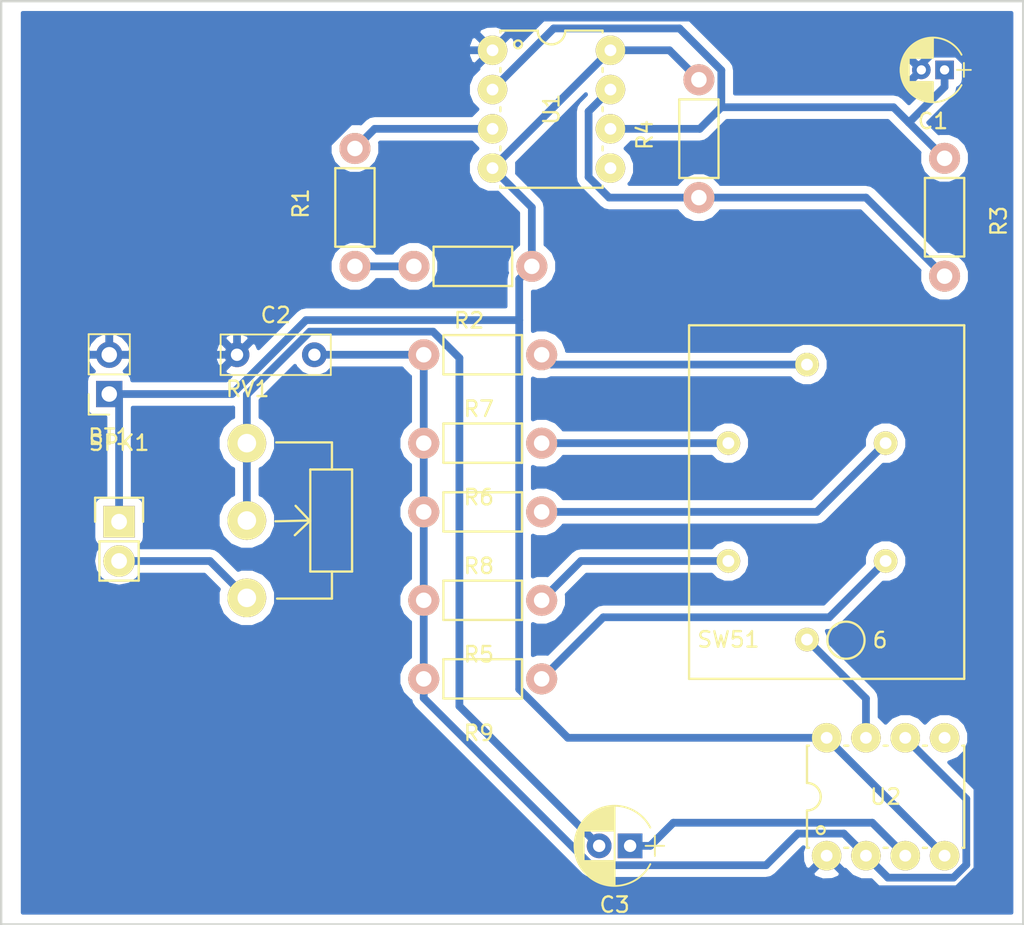
<source format=kicad_pcb>
(kicad_pcb (version 4) (host pcbnew 4.0.2+dfsg1-stable)

  (general
    (links 35)
    (no_connects 0)
    (area 158.674999 94.539999 224.865001 154.380001)
    (thickness 1.6)
    (drawings 4)
    (tracks 94)
    (zones 0)
    (modules 18)
    (nets 19)
  )

  (page A4)
  (layers
    (0 F.Cu signal)
    (31 B.Cu signal)
    (32 B.Adhes user)
    (33 F.Adhes user)
    (34 B.Paste user)
    (35 F.Paste user)
    (36 B.SilkS user)
    (37 F.SilkS user)
    (38 B.Mask user)
    (39 F.Mask user)
    (40 Dwgs.User user)
    (41 Cmts.User user)
    (42 Eco1.User user)
    (43 Eco2.User user)
    (44 Edge.Cuts user)
    (45 Margin user)
    (46 B.CrtYd user)
    (47 F.CrtYd user)
    (48 B.Fab user)
    (49 F.Fab user)
  )

  (setup
    (last_trace_width 0.5)
    (trace_clearance 0.2)
    (zone_clearance 0.508)
    (zone_45_only no)
    (trace_min 0.2)
    (segment_width 0.2)
    (edge_width 0.15)
    (via_size 0.6)
    (via_drill 0.4)
    (via_min_size 0.4)
    (via_min_drill 0.3)
    (uvia_size 0.3)
    (uvia_drill 0.1)
    (uvias_allowed no)
    (uvia_min_size 0.2)
    (uvia_min_drill 0.1)
    (pcb_text_width 0.3)
    (pcb_text_size 1.5 1.5)
    (mod_edge_width 0.15)
    (mod_text_size 1 1)
    (mod_text_width 0.15)
    (pad_size 1.524 1.524)
    (pad_drill 0.762)
    (pad_to_mask_clearance 0.2)
    (aux_axis_origin 0 0)
    (visible_elements FFFFFF7F)
    (pcbplotparams
      (layerselection 0x00030_80000001)
      (usegerberextensions false)
      (excludeedgelayer true)
      (linewidth 0.100000)
      (plotframeref false)
      (viasonmask false)
      (mode 1)
      (useauxorigin false)
      (hpglpennumber 1)
      (hpglpenspeed 20)
      (hpglpendiameter 15)
      (hpglpenoverlay 2)
      (psnegative false)
      (psa4output false)
      (plotreference true)
      (plotvalue true)
      (plotinvisibletext false)
      (padsonsilk false)
      (subtractmaskfromsilk false)
      (outputformat 1)
      (mirror false)
      (drillshape 1)
      (scaleselection 1)
      (outputdirectory ""))
  )

  (net 0 "")
  (net 1 VCC)
  (net 2 GND)
  (net 3 "Net-(C1-Pad1)")
  (net 4 "Net-(C2-Pad2)")
  (net 5 "Net-(C3-Pad1)")
  (net 6 "Net-(C3-Pad2)")
  (net 7 "Net-(R1-Pad1)")
  (net 8 "Net-(R1-Pad2)")
  (net 9 "Net-(R3-Pad2)")
  (net 10 "Net-(R5-Pad1)")
  (net 11 "Net-(R6-Pad1)")
  (net 12 "Net-(R7-Pad1)")
  (net 13 "Net-(R8-Pad1)")
  (net 14 "Net-(R9-Pad1)")
  (net 15 "Net-(RV1-Pad3)")
  (net 16 "Net-(SW51-Pad6)")
  (net 17 "Net-(U1-Pad5)")
  (net 18 "Net-(U2-Pad5)")

  (net_class Default "This is the default net class."
    (clearance 0.2)
    (trace_width 0.5)
    (via_dia 0.6)
    (via_drill 0.4)
    (uvia_dia 0.3)
    (uvia_drill 0.1)
    (add_net GND)
    (add_net "Net-(C1-Pad1)")
    (add_net "Net-(C2-Pad2)")
    (add_net "Net-(C3-Pad1)")
    (add_net "Net-(C3-Pad2)")
    (add_net "Net-(R1-Pad1)")
    (add_net "Net-(R1-Pad2)")
    (add_net "Net-(R3-Pad2)")
    (add_net "Net-(R5-Pad1)")
    (add_net "Net-(R6-Pad1)")
    (add_net "Net-(R7-Pad1)")
    (add_net "Net-(R8-Pad1)")
    (add_net "Net-(R9-Pad1)")
    (add_net "Net-(RV1-Pad3)")
    (add_net "Net-(SW51-Pad6)")
    (add_net "Net-(U1-Pad5)")
    (add_net "Net-(U2-Pad5)")
    (add_net VCC)
  )

  (module Connector_PinSocket_2.54mm:PinSocket_1x02_P2.54mm_Vertical (layer F.Cu) (tedit 5A19A420) (tstamp 5A2119A4)
    (at 165.735 120.015 180)
    (descr "Through hole straight socket strip, 1x02, 2.54mm pitch, single row (from Kicad 4.0.7), script generated")
    (tags "Through hole socket strip THT 1x02 2.54mm single row")
    (path /5A1F71E6)
    (fp_text reference BT1 (at 0 -2.77 180) (layer F.SilkS)
      (effects (font (size 1 1) (thickness 0.15)))
    )
    (fp_text value Battery (at 0 5.31 180) (layer F.Fab)
      (effects (font (size 1 1) (thickness 0.15)))
    )
    (fp_line (start -1.27 -1.27) (end 0.635 -1.27) (layer F.Fab) (width 0.1))
    (fp_line (start 0.635 -1.27) (end 1.27 -0.635) (layer F.Fab) (width 0.1))
    (fp_line (start 1.27 -0.635) (end 1.27 3.81) (layer F.Fab) (width 0.1))
    (fp_line (start 1.27 3.81) (end -1.27 3.81) (layer F.Fab) (width 0.1))
    (fp_line (start -1.27 3.81) (end -1.27 -1.27) (layer F.Fab) (width 0.1))
    (fp_line (start -1.33 1.27) (end 1.33 1.27) (layer F.SilkS) (width 0.12))
    (fp_line (start -1.33 1.27) (end -1.33 3.87) (layer F.SilkS) (width 0.12))
    (fp_line (start -1.33 3.87) (end 1.33 3.87) (layer F.SilkS) (width 0.12))
    (fp_line (start 1.33 1.27) (end 1.33 3.87) (layer F.SilkS) (width 0.12))
    (fp_line (start 1.33 -1.33) (end 1.33 0) (layer F.SilkS) (width 0.12))
    (fp_line (start 0 -1.33) (end 1.33 -1.33) (layer F.SilkS) (width 0.12))
    (fp_line (start -1.8 -1.8) (end 1.75 -1.8) (layer F.CrtYd) (width 0.05))
    (fp_line (start 1.75 -1.8) (end 1.75 4.3) (layer F.CrtYd) (width 0.05))
    (fp_line (start 1.75 4.3) (end -1.8 4.3) (layer F.CrtYd) (width 0.05))
    (fp_line (start -1.8 4.3) (end -1.8 -1.8) (layer F.CrtYd) (width 0.05))
    (fp_text user %R (at 0 1.27 270) (layer F.Fab)
      (effects (font (size 1 1) (thickness 0.15)))
    )
    (pad 1 thru_hole rect (at 0 0 180) (size 1.7 1.7) (drill 1) (layers *.Cu *.Mask)
      (net 1 VCC))
    (pad 2 thru_hole oval (at 0 2.54 180) (size 1.7 1.7) (drill 1) (layers *.Cu *.Mask)
      (net 2 GND))
    (model ${KISYS3DMOD}/Connector_PinSocket_2.54mm.3dshapes/PinSocket_1x02_P2.54mm_Vertical.wrl
      (at (xyz 0 0 0))
      (scale (xyz 1 1 1))
      (rotate (xyz 0 0 0))
    )
  )

  (module Capacitor_THT:CP_Radial_D4.0mm_P1.50mm (layer F.Cu) (tedit 5A142A3B) (tstamp 5A2119AA)
    (at 219.71 99.06 180)
    (descr "CP, Radial series, Radial, pin pitch=1.50mm, diameter=4mm, Electrolytic Capacitor")
    (tags "CP Radial series Radial pin pitch 1.50mm  diameter 4mm Electrolytic Capacitor")
    (path /5A1F33EE)
    (fp_text reference C1 (at 0.75 -3.31 180) (layer F.SilkS)
      (effects (font (size 1 1) (thickness 0.15)))
    )
    (fp_text value 1u (at 0.75 3.31 180) (layer F.Fab)
      (effects (font (size 1 1) (thickness 0.15)))
    )
    (fp_arc (start 0.75 0) (end -1.095996 -0.98) (angle 124.1) (layer F.SilkS) (width 0.12))
    (fp_arc (start 0.75 0) (end -1.095996 0.98) (angle -124.1) (layer F.SilkS) (width 0.12))
    (fp_arc (start 0.75 0) (end 2.595996 -0.98) (angle 55.9) (layer F.SilkS) (width 0.12))
    (fp_circle (center 0.75 0) (end 2.75 0) (layer F.Fab) (width 0.1))
    (fp_line (start -1.7 0) (end -0.8 0) (layer F.Fab) (width 0.1))
    (fp_line (start -1.25 -0.45) (end -1.25 0.45) (layer F.Fab) (width 0.1))
    (fp_line (start 0.75 0.78) (end 0.75 2.05) (layer F.SilkS) (width 0.12))
    (fp_line (start 0.75 -2.05) (end 0.75 -0.78) (layer F.SilkS) (width 0.12))
    (fp_line (start 0.79 -2.05) (end 0.79 -0.78) (layer F.SilkS) (width 0.12))
    (fp_line (start 0.79 0.78) (end 0.79 2.05) (layer F.SilkS) (width 0.12))
    (fp_line (start 0.83 -2.049) (end 0.83 -0.78) (layer F.SilkS) (width 0.12))
    (fp_line (start 0.83 0.78) (end 0.83 2.049) (layer F.SilkS) (width 0.12))
    (fp_line (start 0.87 -2.047) (end 0.87 -0.78) (layer F.SilkS) (width 0.12))
    (fp_line (start 0.87 0.78) (end 0.87 2.047) (layer F.SilkS) (width 0.12))
    (fp_line (start 0.91 -2.044) (end 0.91 -0.78) (layer F.SilkS) (width 0.12))
    (fp_line (start 0.91 0.78) (end 0.91 2.044) (layer F.SilkS) (width 0.12))
    (fp_line (start 0.95 -2.041) (end 0.95 -0.78) (layer F.SilkS) (width 0.12))
    (fp_line (start 0.95 0.78) (end 0.95 2.041) (layer F.SilkS) (width 0.12))
    (fp_line (start 0.99 -2.037) (end 0.99 -0.78) (layer F.SilkS) (width 0.12))
    (fp_line (start 0.99 0.78) (end 0.99 2.037) (layer F.SilkS) (width 0.12))
    (fp_line (start 1.03 -2.032) (end 1.03 -0.78) (layer F.SilkS) (width 0.12))
    (fp_line (start 1.03 0.78) (end 1.03 2.032) (layer F.SilkS) (width 0.12))
    (fp_line (start 1.07 -2.026) (end 1.07 -0.78) (layer F.SilkS) (width 0.12))
    (fp_line (start 1.07 0.78) (end 1.07 2.026) (layer F.SilkS) (width 0.12))
    (fp_line (start 1.11 -2.019) (end 1.11 -0.78) (layer F.SilkS) (width 0.12))
    (fp_line (start 1.11 0.78) (end 1.11 2.019) (layer F.SilkS) (width 0.12))
    (fp_line (start 1.15 -2.012) (end 1.15 -0.78) (layer F.SilkS) (width 0.12))
    (fp_line (start 1.15 0.78) (end 1.15 2.012) (layer F.SilkS) (width 0.12))
    (fp_line (start 1.19 -2.004) (end 1.19 -0.78) (layer F.SilkS) (width 0.12))
    (fp_line (start 1.19 0.78) (end 1.19 2.004) (layer F.SilkS) (width 0.12))
    (fp_line (start 1.23 -1.995) (end 1.23 -0.78) (layer F.SilkS) (width 0.12))
    (fp_line (start 1.23 0.78) (end 1.23 1.995) (layer F.SilkS) (width 0.12))
    (fp_line (start 1.27 -1.985) (end 1.27 -0.78) (layer F.SilkS) (width 0.12))
    (fp_line (start 1.27 0.78) (end 1.27 1.985) (layer F.SilkS) (width 0.12))
    (fp_line (start 1.31 -1.974) (end 1.31 -0.78) (layer F.SilkS) (width 0.12))
    (fp_line (start 1.31 0.78) (end 1.31 1.974) (layer F.SilkS) (width 0.12))
    (fp_line (start 1.35 -1.963) (end 1.35 -0.78) (layer F.SilkS) (width 0.12))
    (fp_line (start 1.35 0.78) (end 1.35 1.963) (layer F.SilkS) (width 0.12))
    (fp_line (start 1.39 -1.95) (end 1.39 -0.78) (layer F.SilkS) (width 0.12))
    (fp_line (start 1.39 0.78) (end 1.39 1.95) (layer F.SilkS) (width 0.12))
    (fp_line (start 1.43 -1.937) (end 1.43 -0.78) (layer F.SilkS) (width 0.12))
    (fp_line (start 1.43 0.78) (end 1.43 1.937) (layer F.SilkS) (width 0.12))
    (fp_line (start 1.471 -1.923) (end 1.471 -0.78) (layer F.SilkS) (width 0.12))
    (fp_line (start 1.471 0.78) (end 1.471 1.923) (layer F.SilkS) (width 0.12))
    (fp_line (start 1.511 -1.907) (end 1.511 -0.78) (layer F.SilkS) (width 0.12))
    (fp_line (start 1.511 0.78) (end 1.511 1.907) (layer F.SilkS) (width 0.12))
    (fp_line (start 1.551 -1.891) (end 1.551 -0.78) (layer F.SilkS) (width 0.12))
    (fp_line (start 1.551 0.78) (end 1.551 1.891) (layer F.SilkS) (width 0.12))
    (fp_line (start 1.591 -1.874) (end 1.591 -0.78) (layer F.SilkS) (width 0.12))
    (fp_line (start 1.591 0.78) (end 1.591 1.874) (layer F.SilkS) (width 0.12))
    (fp_line (start 1.631 -1.856) (end 1.631 -0.78) (layer F.SilkS) (width 0.12))
    (fp_line (start 1.631 0.78) (end 1.631 1.856) (layer F.SilkS) (width 0.12))
    (fp_line (start 1.671 -1.837) (end 1.671 -0.78) (layer F.SilkS) (width 0.12))
    (fp_line (start 1.671 0.78) (end 1.671 1.837) (layer F.SilkS) (width 0.12))
    (fp_line (start 1.711 -1.817) (end 1.711 -0.78) (layer F.SilkS) (width 0.12))
    (fp_line (start 1.711 0.78) (end 1.711 1.817) (layer F.SilkS) (width 0.12))
    (fp_line (start 1.751 -1.796) (end 1.751 -0.78) (layer F.SilkS) (width 0.12))
    (fp_line (start 1.751 0.78) (end 1.751 1.796) (layer F.SilkS) (width 0.12))
    (fp_line (start 1.791 -1.773) (end 1.791 -0.78) (layer F.SilkS) (width 0.12))
    (fp_line (start 1.791 0.78) (end 1.791 1.773) (layer F.SilkS) (width 0.12))
    (fp_line (start 1.831 -1.75) (end 1.831 -0.78) (layer F.SilkS) (width 0.12))
    (fp_line (start 1.831 0.78) (end 1.831 1.75) (layer F.SilkS) (width 0.12))
    (fp_line (start 1.871 -1.725) (end 1.871 -0.78) (layer F.SilkS) (width 0.12))
    (fp_line (start 1.871 0.78) (end 1.871 1.725) (layer F.SilkS) (width 0.12))
    (fp_line (start 1.911 -1.699) (end 1.911 -0.78) (layer F.SilkS) (width 0.12))
    (fp_line (start 1.911 0.78) (end 1.911 1.699) (layer F.SilkS) (width 0.12))
    (fp_line (start 1.951 -1.672) (end 1.951 -0.78) (layer F.SilkS) (width 0.12))
    (fp_line (start 1.951 0.78) (end 1.951 1.672) (layer F.SilkS) (width 0.12))
    (fp_line (start 1.991 -1.643) (end 1.991 -0.78) (layer F.SilkS) (width 0.12))
    (fp_line (start 1.991 0.78) (end 1.991 1.643) (layer F.SilkS) (width 0.12))
    (fp_line (start 2.031 -1.613) (end 2.031 -0.78) (layer F.SilkS) (width 0.12))
    (fp_line (start 2.031 0.78) (end 2.031 1.613) (layer F.SilkS) (width 0.12))
    (fp_line (start 2.071 -1.581) (end 2.071 -0.78) (layer F.SilkS) (width 0.12))
    (fp_line (start 2.071 0.78) (end 2.071 1.581) (layer F.SilkS) (width 0.12))
    (fp_line (start 2.111 -1.547) (end 2.111 -0.78) (layer F.SilkS) (width 0.12))
    (fp_line (start 2.111 0.78) (end 2.111 1.547) (layer F.SilkS) (width 0.12))
    (fp_line (start 2.151 -1.512) (end 2.151 -0.78) (layer F.SilkS) (width 0.12))
    (fp_line (start 2.151 0.78) (end 2.151 1.512) (layer F.SilkS) (width 0.12))
    (fp_line (start 2.191 -1.475) (end 2.191 -0.78) (layer F.SilkS) (width 0.12))
    (fp_line (start 2.191 0.78) (end 2.191 1.475) (layer F.SilkS) (width 0.12))
    (fp_line (start 2.231 -1.436) (end 2.231 -0.78) (layer F.SilkS) (width 0.12))
    (fp_line (start 2.231 0.78) (end 2.231 1.436) (layer F.SilkS) (width 0.12))
    (fp_line (start 2.271 -1.395) (end 2.271 -0.78) (layer F.SilkS) (width 0.12))
    (fp_line (start 2.271 0.78) (end 2.271 1.395) (layer F.SilkS) (width 0.12))
    (fp_line (start 2.311 -1.351) (end 2.311 1.351) (layer F.SilkS) (width 0.12))
    (fp_line (start 2.351 -1.305) (end 2.351 1.305) (layer F.SilkS) (width 0.12))
    (fp_line (start 2.391 -1.256) (end 2.391 1.256) (layer F.SilkS) (width 0.12))
    (fp_line (start 2.431 -1.204) (end 2.431 1.204) (layer F.SilkS) (width 0.12))
    (fp_line (start 2.471 -1.148) (end 2.471 1.148) (layer F.SilkS) (width 0.12))
    (fp_line (start 2.511 -1.088) (end 2.511 1.088) (layer F.SilkS) (width 0.12))
    (fp_line (start 2.551 -1.023) (end 2.551 1.023) (layer F.SilkS) (width 0.12))
    (fp_line (start 2.591 -0.952) (end 2.591 0.952) (layer F.SilkS) (width 0.12))
    (fp_line (start 2.631 -0.874) (end 2.631 0.874) (layer F.SilkS) (width 0.12))
    (fp_line (start 2.671 -0.786) (end 2.671 0.786) (layer F.SilkS) (width 0.12))
    (fp_line (start 2.711 -0.686) (end 2.711 0.686) (layer F.SilkS) (width 0.12))
    (fp_line (start 2.751 -0.567) (end 2.751 0.567) (layer F.SilkS) (width 0.12))
    (fp_line (start 2.791 -0.415) (end 2.791 0.415) (layer F.SilkS) (width 0.12))
    (fp_line (start 2.831 -0.165) (end 2.831 0.165) (layer F.SilkS) (width 0.12))
    (fp_line (start -1.7 0) (end -0.8 0) (layer F.SilkS) (width 0.12))
    (fp_line (start -1.25 -0.45) (end -1.25 0.45) (layer F.SilkS) (width 0.12))
    (fp_line (start -1.6 -2.35) (end -1.6 2.35) (layer F.CrtYd) (width 0.05))
    (fp_line (start -1.6 2.35) (end 3.1 2.35) (layer F.CrtYd) (width 0.05))
    (fp_line (start 3.1 2.35) (end 3.1 -2.35) (layer F.CrtYd) (width 0.05))
    (fp_line (start 3.1 -2.35) (end -1.6 -2.35) (layer F.CrtYd) (width 0.05))
    (fp_text user %R (at 0.75 0 180) (layer F.Fab)
      (effects (font (size 1 1) (thickness 0.15)))
    )
    (pad 1 thru_hole rect (at 0 0 180) (size 1.2 1.2) (drill 0.6) (layers *.Cu *.Mask)
      (net 3 "Net-(C1-Pad1)"))
    (pad 2 thru_hole circle (at 1.5 0 180) (size 1.2 1.2) (drill 0.6) (layers *.Cu *.Mask)
      (net 2 GND))
    (model ${KISYS3DMOD}/Capacitor_THT.3dshapes/CP_Radial_D4.0mm_P1.50mm.wrl
      (at (xyz 0 0 0))
      (scale (xyz 1 1 1))
      (rotate (xyz 0 0 0))
    )
  )

  (module Capacitor_THT:C_Disc_D7.0mm_W2.5mm_P5.00mm (layer F.Cu) (tedit 5A142A3B) (tstamp 5A2119B0)
    (at 173.99 117.475)
    (descr "C, Disc series, Radial, pin pitch=5.00mm, diameter*width=7*2.5mm^2, Capacitor, http://cdn-reichelt.de/documents/datenblatt/B300/DS_KERKO_TC.pdf")
    (tags "C Disc series Radial pin pitch 5.00mm  diameter 7mm width 2.5mm Capacitor")
    (path /5A1F08FA)
    (fp_text reference C2 (at 2.5 -2.56) (layer F.SilkS)
      (effects (font (size 1 1) (thickness 0.15)))
    )
    (fp_text value 1n (at 2.5 2.56) (layer F.Fab)
      (effects (font (size 1 1) (thickness 0.15)))
    )
    (fp_line (start -1 -1.25) (end -1 1.25) (layer F.Fab) (width 0.1))
    (fp_line (start -1 1.25) (end 6 1.25) (layer F.Fab) (width 0.1))
    (fp_line (start 6 1.25) (end 6 -1.25) (layer F.Fab) (width 0.1))
    (fp_line (start 6 -1.25) (end -1 -1.25) (layer F.Fab) (width 0.1))
    (fp_line (start -1.06 -1.31) (end 6.06 -1.31) (layer F.SilkS) (width 0.12))
    (fp_line (start -1.06 1.31) (end 6.06 1.31) (layer F.SilkS) (width 0.12))
    (fp_line (start -1.06 -1.31) (end -1.06 1.31) (layer F.SilkS) (width 0.12))
    (fp_line (start 6.06 -1.31) (end 6.06 1.31) (layer F.SilkS) (width 0.12))
    (fp_line (start -1.35 -1.6) (end -1.35 1.6) (layer F.CrtYd) (width 0.05))
    (fp_line (start -1.35 1.6) (end 6.35 1.6) (layer F.CrtYd) (width 0.05))
    (fp_line (start 6.35 1.6) (end 6.35 -1.6) (layer F.CrtYd) (width 0.05))
    (fp_line (start 6.35 -1.6) (end -1.35 -1.6) (layer F.CrtYd) (width 0.05))
    (fp_text user %R (at 2.5 0) (layer F.Fab)
      (effects (font (size 1 1) (thickness 0.15)))
    )
    (pad 1 thru_hole circle (at 0 0) (size 1.6 1.6) (drill 0.8) (layers *.Cu *.Mask)
      (net 2 GND))
    (pad 2 thru_hole circle (at 5 0) (size 1.6 1.6) (drill 0.8) (layers *.Cu *.Mask)
      (net 4 "Net-(C2-Pad2)"))
    (model ${KISYS3DMOD}/Capacitor_THT.3dshapes/C_Disc_D7.0mm_W2.5mm_P5.00mm.wrl
      (at (xyz 0 0 0))
      (scale (xyz 1 1 1))
      (rotate (xyz 0 0 0))
    )
  )

  (module Capacitor_THT:CP_Radial_D5.0mm_P2.00mm (layer F.Cu) (tedit 5A142A3B) (tstamp 5A2119B6)
    (at 199.39 149.225 180)
    (descr "CP, Radial series, Radial, pin pitch=2.00mm, diameter=5mm, Electrolytic Capacitor")
    (tags "CP Radial series Radial pin pitch 2.00mm  diameter 5mm Electrolytic Capacitor")
    (path /5A1F099F)
    (fp_text reference C3 (at 1 -3.81 180) (layer F.SilkS)
      (effects (font (size 1 1) (thickness 0.15)))
    )
    (fp_text value 10u (at 1 3.81 180) (layer F.Fab)
      (effects (font (size 1 1) (thickness 0.15)))
    )
    (fp_arc (start 1 0) (end -1.30558 -1.18) (angle 125.8) (layer F.SilkS) (width 0.12))
    (fp_arc (start 1 0) (end -1.30558 1.18) (angle -125.8) (layer F.SilkS) (width 0.12))
    (fp_arc (start 1 0) (end 3.30558 -1.18) (angle 54.2) (layer F.SilkS) (width 0.12))
    (fp_circle (center 1 0) (end 3.5 0) (layer F.Fab) (width 0.1))
    (fp_line (start -2.2 0) (end -1 0) (layer F.Fab) (width 0.1))
    (fp_line (start -1.6 -0.65) (end -1.6 0.65) (layer F.Fab) (width 0.1))
    (fp_line (start 1 -2.55) (end 1 2.55) (layer F.SilkS) (width 0.12))
    (fp_line (start 1.04 -2.55) (end 1.04 -0.98) (layer F.SilkS) (width 0.12))
    (fp_line (start 1.04 0.98) (end 1.04 2.55) (layer F.SilkS) (width 0.12))
    (fp_line (start 1.08 -2.549) (end 1.08 -0.98) (layer F.SilkS) (width 0.12))
    (fp_line (start 1.08 0.98) (end 1.08 2.549) (layer F.SilkS) (width 0.12))
    (fp_line (start 1.12 -2.548) (end 1.12 -0.98) (layer F.SilkS) (width 0.12))
    (fp_line (start 1.12 0.98) (end 1.12 2.548) (layer F.SilkS) (width 0.12))
    (fp_line (start 1.16 -2.546) (end 1.16 -0.98) (layer F.SilkS) (width 0.12))
    (fp_line (start 1.16 0.98) (end 1.16 2.546) (layer F.SilkS) (width 0.12))
    (fp_line (start 1.2 -2.543) (end 1.2 -0.98) (layer F.SilkS) (width 0.12))
    (fp_line (start 1.2 0.98) (end 1.2 2.543) (layer F.SilkS) (width 0.12))
    (fp_line (start 1.24 -2.539) (end 1.24 -0.98) (layer F.SilkS) (width 0.12))
    (fp_line (start 1.24 0.98) (end 1.24 2.539) (layer F.SilkS) (width 0.12))
    (fp_line (start 1.28 -2.535) (end 1.28 -0.98) (layer F.SilkS) (width 0.12))
    (fp_line (start 1.28 0.98) (end 1.28 2.535) (layer F.SilkS) (width 0.12))
    (fp_line (start 1.32 -2.531) (end 1.32 -0.98) (layer F.SilkS) (width 0.12))
    (fp_line (start 1.32 0.98) (end 1.32 2.531) (layer F.SilkS) (width 0.12))
    (fp_line (start 1.36 -2.525) (end 1.36 -0.98) (layer F.SilkS) (width 0.12))
    (fp_line (start 1.36 0.98) (end 1.36 2.525) (layer F.SilkS) (width 0.12))
    (fp_line (start 1.4 -2.519) (end 1.4 -0.98) (layer F.SilkS) (width 0.12))
    (fp_line (start 1.4 0.98) (end 1.4 2.519) (layer F.SilkS) (width 0.12))
    (fp_line (start 1.44 -2.513) (end 1.44 -0.98) (layer F.SilkS) (width 0.12))
    (fp_line (start 1.44 0.98) (end 1.44 2.513) (layer F.SilkS) (width 0.12))
    (fp_line (start 1.48 -2.506) (end 1.48 -0.98) (layer F.SilkS) (width 0.12))
    (fp_line (start 1.48 0.98) (end 1.48 2.506) (layer F.SilkS) (width 0.12))
    (fp_line (start 1.52 -2.498) (end 1.52 -0.98) (layer F.SilkS) (width 0.12))
    (fp_line (start 1.52 0.98) (end 1.52 2.498) (layer F.SilkS) (width 0.12))
    (fp_line (start 1.56 -2.489) (end 1.56 -0.98) (layer F.SilkS) (width 0.12))
    (fp_line (start 1.56 0.98) (end 1.56 2.489) (layer F.SilkS) (width 0.12))
    (fp_line (start 1.6 -2.48) (end 1.6 -0.98) (layer F.SilkS) (width 0.12))
    (fp_line (start 1.6 0.98) (end 1.6 2.48) (layer F.SilkS) (width 0.12))
    (fp_line (start 1.64 -2.47) (end 1.64 -0.98) (layer F.SilkS) (width 0.12))
    (fp_line (start 1.64 0.98) (end 1.64 2.47) (layer F.SilkS) (width 0.12))
    (fp_line (start 1.68 -2.46) (end 1.68 -0.98) (layer F.SilkS) (width 0.12))
    (fp_line (start 1.68 0.98) (end 1.68 2.46) (layer F.SilkS) (width 0.12))
    (fp_line (start 1.721 -2.448) (end 1.721 -0.98) (layer F.SilkS) (width 0.12))
    (fp_line (start 1.721 0.98) (end 1.721 2.448) (layer F.SilkS) (width 0.12))
    (fp_line (start 1.761 -2.436) (end 1.761 -0.98) (layer F.SilkS) (width 0.12))
    (fp_line (start 1.761 0.98) (end 1.761 2.436) (layer F.SilkS) (width 0.12))
    (fp_line (start 1.801 -2.424) (end 1.801 -0.98) (layer F.SilkS) (width 0.12))
    (fp_line (start 1.801 0.98) (end 1.801 2.424) (layer F.SilkS) (width 0.12))
    (fp_line (start 1.841 -2.41) (end 1.841 -0.98) (layer F.SilkS) (width 0.12))
    (fp_line (start 1.841 0.98) (end 1.841 2.41) (layer F.SilkS) (width 0.12))
    (fp_line (start 1.881 -2.396) (end 1.881 -0.98) (layer F.SilkS) (width 0.12))
    (fp_line (start 1.881 0.98) (end 1.881 2.396) (layer F.SilkS) (width 0.12))
    (fp_line (start 1.921 -2.382) (end 1.921 -0.98) (layer F.SilkS) (width 0.12))
    (fp_line (start 1.921 0.98) (end 1.921 2.382) (layer F.SilkS) (width 0.12))
    (fp_line (start 1.961 -2.366) (end 1.961 -0.98) (layer F.SilkS) (width 0.12))
    (fp_line (start 1.961 0.98) (end 1.961 2.366) (layer F.SilkS) (width 0.12))
    (fp_line (start 2.001 -2.35) (end 2.001 -0.98) (layer F.SilkS) (width 0.12))
    (fp_line (start 2.001 0.98) (end 2.001 2.35) (layer F.SilkS) (width 0.12))
    (fp_line (start 2.041 -2.333) (end 2.041 -0.98) (layer F.SilkS) (width 0.12))
    (fp_line (start 2.041 0.98) (end 2.041 2.333) (layer F.SilkS) (width 0.12))
    (fp_line (start 2.081 -2.315) (end 2.081 -0.98) (layer F.SilkS) (width 0.12))
    (fp_line (start 2.081 0.98) (end 2.081 2.315) (layer F.SilkS) (width 0.12))
    (fp_line (start 2.121 -2.296) (end 2.121 -0.98) (layer F.SilkS) (width 0.12))
    (fp_line (start 2.121 0.98) (end 2.121 2.296) (layer F.SilkS) (width 0.12))
    (fp_line (start 2.161 -2.276) (end 2.161 -0.98) (layer F.SilkS) (width 0.12))
    (fp_line (start 2.161 0.98) (end 2.161 2.276) (layer F.SilkS) (width 0.12))
    (fp_line (start 2.201 -2.256) (end 2.201 -0.98) (layer F.SilkS) (width 0.12))
    (fp_line (start 2.201 0.98) (end 2.201 2.256) (layer F.SilkS) (width 0.12))
    (fp_line (start 2.241 -2.234) (end 2.241 -0.98) (layer F.SilkS) (width 0.12))
    (fp_line (start 2.241 0.98) (end 2.241 2.234) (layer F.SilkS) (width 0.12))
    (fp_line (start 2.281 -2.212) (end 2.281 -0.98) (layer F.SilkS) (width 0.12))
    (fp_line (start 2.281 0.98) (end 2.281 2.212) (layer F.SilkS) (width 0.12))
    (fp_line (start 2.321 -2.189) (end 2.321 -0.98) (layer F.SilkS) (width 0.12))
    (fp_line (start 2.321 0.98) (end 2.321 2.189) (layer F.SilkS) (width 0.12))
    (fp_line (start 2.361 -2.165) (end 2.361 -0.98) (layer F.SilkS) (width 0.12))
    (fp_line (start 2.361 0.98) (end 2.361 2.165) (layer F.SilkS) (width 0.12))
    (fp_line (start 2.401 -2.14) (end 2.401 -0.98) (layer F.SilkS) (width 0.12))
    (fp_line (start 2.401 0.98) (end 2.401 2.14) (layer F.SilkS) (width 0.12))
    (fp_line (start 2.441 -2.113) (end 2.441 -0.98) (layer F.SilkS) (width 0.12))
    (fp_line (start 2.441 0.98) (end 2.441 2.113) (layer F.SilkS) (width 0.12))
    (fp_line (start 2.481 -2.086) (end 2.481 -0.98) (layer F.SilkS) (width 0.12))
    (fp_line (start 2.481 0.98) (end 2.481 2.086) (layer F.SilkS) (width 0.12))
    (fp_line (start 2.521 -2.058) (end 2.521 -0.98) (layer F.SilkS) (width 0.12))
    (fp_line (start 2.521 0.98) (end 2.521 2.058) (layer F.SilkS) (width 0.12))
    (fp_line (start 2.561 -2.028) (end 2.561 -0.98) (layer F.SilkS) (width 0.12))
    (fp_line (start 2.561 0.98) (end 2.561 2.028) (layer F.SilkS) (width 0.12))
    (fp_line (start 2.601 -1.997) (end 2.601 -0.98) (layer F.SilkS) (width 0.12))
    (fp_line (start 2.601 0.98) (end 2.601 1.997) (layer F.SilkS) (width 0.12))
    (fp_line (start 2.641 -1.965) (end 2.641 -0.98) (layer F.SilkS) (width 0.12))
    (fp_line (start 2.641 0.98) (end 2.641 1.965) (layer F.SilkS) (width 0.12))
    (fp_line (start 2.681 -1.932) (end 2.681 -0.98) (layer F.SilkS) (width 0.12))
    (fp_line (start 2.681 0.98) (end 2.681 1.932) (layer F.SilkS) (width 0.12))
    (fp_line (start 2.721 -1.897) (end 2.721 -0.98) (layer F.SilkS) (width 0.12))
    (fp_line (start 2.721 0.98) (end 2.721 1.897) (layer F.SilkS) (width 0.12))
    (fp_line (start 2.761 -1.861) (end 2.761 -0.98) (layer F.SilkS) (width 0.12))
    (fp_line (start 2.761 0.98) (end 2.761 1.861) (layer F.SilkS) (width 0.12))
    (fp_line (start 2.801 -1.823) (end 2.801 -0.98) (layer F.SilkS) (width 0.12))
    (fp_line (start 2.801 0.98) (end 2.801 1.823) (layer F.SilkS) (width 0.12))
    (fp_line (start 2.841 -1.783) (end 2.841 -0.98) (layer F.SilkS) (width 0.12))
    (fp_line (start 2.841 0.98) (end 2.841 1.783) (layer F.SilkS) (width 0.12))
    (fp_line (start 2.881 -1.742) (end 2.881 -0.98) (layer F.SilkS) (width 0.12))
    (fp_line (start 2.881 0.98) (end 2.881 1.742) (layer F.SilkS) (width 0.12))
    (fp_line (start 2.921 -1.699) (end 2.921 -0.98) (layer F.SilkS) (width 0.12))
    (fp_line (start 2.921 0.98) (end 2.921 1.699) (layer F.SilkS) (width 0.12))
    (fp_line (start 2.961 -1.654) (end 2.961 -0.98) (layer F.SilkS) (width 0.12))
    (fp_line (start 2.961 0.98) (end 2.961 1.654) (layer F.SilkS) (width 0.12))
    (fp_line (start 3.001 -1.606) (end 3.001 1.606) (layer F.SilkS) (width 0.12))
    (fp_line (start 3.041 -1.556) (end 3.041 1.556) (layer F.SilkS) (width 0.12))
    (fp_line (start 3.081 -1.504) (end 3.081 1.504) (layer F.SilkS) (width 0.12))
    (fp_line (start 3.121 -1.448) (end 3.121 1.448) (layer F.SilkS) (width 0.12))
    (fp_line (start 3.161 -1.39) (end 3.161 1.39) (layer F.SilkS) (width 0.12))
    (fp_line (start 3.201 -1.327) (end 3.201 1.327) (layer F.SilkS) (width 0.12))
    (fp_line (start 3.241 -1.261) (end 3.241 1.261) (layer F.SilkS) (width 0.12))
    (fp_line (start 3.281 -1.189) (end 3.281 1.189) (layer F.SilkS) (width 0.12))
    (fp_line (start 3.321 -1.112) (end 3.321 1.112) (layer F.SilkS) (width 0.12))
    (fp_line (start 3.361 -1.028) (end 3.361 1.028) (layer F.SilkS) (width 0.12))
    (fp_line (start 3.401 -0.934) (end 3.401 0.934) (layer F.SilkS) (width 0.12))
    (fp_line (start 3.441 -0.829) (end 3.441 0.829) (layer F.SilkS) (width 0.12))
    (fp_line (start 3.481 -0.707) (end 3.481 0.707) (layer F.SilkS) (width 0.12))
    (fp_line (start 3.521 -0.559) (end 3.521 0.559) (layer F.SilkS) (width 0.12))
    (fp_line (start 3.561 -0.354) (end 3.561 0.354) (layer F.SilkS) (width 0.12))
    (fp_line (start -2.2 0) (end -1 0) (layer F.SilkS) (width 0.12))
    (fp_line (start -1.6 -0.65) (end -1.6 0.65) (layer F.SilkS) (width 0.12))
    (fp_line (start -1.85 -2.85) (end -1.85 2.85) (layer F.CrtYd) (width 0.05))
    (fp_line (start -1.85 2.85) (end 3.85 2.85) (layer F.CrtYd) (width 0.05))
    (fp_line (start 3.85 2.85) (end 3.85 -2.85) (layer F.CrtYd) (width 0.05))
    (fp_line (start 3.85 -2.85) (end -1.85 -2.85) (layer F.CrtYd) (width 0.05))
    (fp_text user %R (at 1 0 180) (layer F.Fab)
      (effects (font (size 1 1) (thickness 0.15)))
    )
    (pad 1 thru_hole rect (at 0 0 180) (size 1.6 1.6) (drill 0.8) (layers *.Cu *.Mask)
      (net 5 "Net-(C3-Pad1)"))
    (pad 2 thru_hole circle (at 2 0 180) (size 1.6 1.6) (drill 0.8) (layers *.Cu *.Mask)
      (net 6 "Net-(C3-Pad2)"))
    (model ${KISYS3DMOD}/Capacitor_THT.3dshapes/CP_Radial_D5.0mm_P2.00mm.wrl
      (at (xyz 0 0 0))
      (scale (xyz 1 1 1))
      (rotate (xyz 0 0 0))
    )
  )

  (module Resistors_ThroughHole:Resistor_Horizontal_RM7mm (layer F.Cu) (tedit 569FCF07) (tstamp 5A2119BC)
    (at 181.61 111.76 90)
    (descr "Resistor, Axial,  RM 7.62mm, 1/3W,")
    (tags "Resistor Axial RM 7.62mm 1/3W R3")
    (path /5A1F060A)
    (fp_text reference R1 (at 4.05892 -3.50012 90) (layer F.SilkS)
      (effects (font (size 1 1) (thickness 0.15)))
    )
    (fp_text value 100k (at 3.81 3.81 90) (layer F.Fab)
      (effects (font (size 1 1) (thickness 0.15)))
    )
    (fp_line (start -1.25 -1.5) (end 8.85 -1.5) (layer F.CrtYd) (width 0.05))
    (fp_line (start -1.25 1.5) (end -1.25 -1.5) (layer F.CrtYd) (width 0.05))
    (fp_line (start 8.85 -1.5) (end 8.85 1.5) (layer F.CrtYd) (width 0.05))
    (fp_line (start -1.25 1.5) (end 8.85 1.5) (layer F.CrtYd) (width 0.05))
    (fp_line (start 1.27 -1.27) (end 6.35 -1.27) (layer F.SilkS) (width 0.15))
    (fp_line (start 6.35 -1.27) (end 6.35 1.27) (layer F.SilkS) (width 0.15))
    (fp_line (start 6.35 1.27) (end 1.27 1.27) (layer F.SilkS) (width 0.15))
    (fp_line (start 1.27 1.27) (end 1.27 -1.27) (layer F.SilkS) (width 0.15))
    (pad 1 thru_hole circle (at 0 0 90) (size 1.99898 1.99898) (drill 1.00076) (layers *.Cu *.SilkS *.Mask)
      (net 7 "Net-(R1-Pad1)"))
    (pad 2 thru_hole circle (at 7.62 0 90) (size 1.99898 1.99898) (drill 1.00076) (layers *.Cu *.SilkS *.Mask)
      (net 8 "Net-(R1-Pad2)"))
  )

  (module Resistors_ThroughHole:Resistor_Horizontal_RM7mm (layer F.Cu) (tedit 569FCF07) (tstamp 5A2119C2)
    (at 193.04 111.76 180)
    (descr "Resistor, Axial,  RM 7.62mm, 1/3W,")
    (tags "Resistor Axial RM 7.62mm 1/3W R3")
    (path /5A1F0584)
    (fp_text reference R2 (at 4.05892 -3.50012 180) (layer F.SilkS)
      (effects (font (size 1 1) (thickness 0.15)))
    )
    (fp_text value 12k (at 3.81 3.81 180) (layer F.Fab)
      (effects (font (size 1 1) (thickness 0.15)))
    )
    (fp_line (start -1.25 -1.5) (end 8.85 -1.5) (layer F.CrtYd) (width 0.05))
    (fp_line (start -1.25 1.5) (end -1.25 -1.5) (layer F.CrtYd) (width 0.05))
    (fp_line (start 8.85 -1.5) (end 8.85 1.5) (layer F.CrtYd) (width 0.05))
    (fp_line (start -1.25 1.5) (end 8.85 1.5) (layer F.CrtYd) (width 0.05))
    (fp_line (start 1.27 -1.27) (end 6.35 -1.27) (layer F.SilkS) (width 0.15))
    (fp_line (start 6.35 -1.27) (end 6.35 1.27) (layer F.SilkS) (width 0.15))
    (fp_line (start 6.35 1.27) (end 1.27 1.27) (layer F.SilkS) (width 0.15))
    (fp_line (start 1.27 1.27) (end 1.27 -1.27) (layer F.SilkS) (width 0.15))
    (pad 1 thru_hole circle (at 0 0 180) (size 1.99898 1.99898) (drill 1.00076) (layers *.Cu *.SilkS *.Mask)
      (net 1 VCC))
    (pad 2 thru_hole circle (at 7.62 0 180) (size 1.99898 1.99898) (drill 1.00076) (layers *.Cu *.SilkS *.Mask)
      (net 7 "Net-(R1-Pad1)"))
  )

  (module Resistors_ThroughHole:Resistor_Horizontal_RM7mm (layer F.Cu) (tedit 569FCF07) (tstamp 5A2119C8)
    (at 219.71 104.775 270)
    (descr "Resistor, Axial,  RM 7.62mm, 1/3W,")
    (tags "Resistor Axial RM 7.62mm 1/3W R3")
    (path /5A1F05E2)
    (fp_text reference R3 (at 4.05892 -3.50012 270) (layer F.SilkS)
      (effects (font (size 1 1) (thickness 0.15)))
    )
    (fp_text value 100k (at 3.81 3.81 270) (layer F.Fab)
      (effects (font (size 1 1) (thickness 0.15)))
    )
    (fp_line (start -1.25 -1.5) (end 8.85 -1.5) (layer F.CrtYd) (width 0.05))
    (fp_line (start -1.25 1.5) (end -1.25 -1.5) (layer F.CrtYd) (width 0.05))
    (fp_line (start 8.85 -1.5) (end 8.85 1.5) (layer F.CrtYd) (width 0.05))
    (fp_line (start -1.25 1.5) (end 8.85 1.5) (layer F.CrtYd) (width 0.05))
    (fp_line (start 1.27 -1.27) (end 6.35 -1.27) (layer F.SilkS) (width 0.15))
    (fp_line (start 6.35 -1.27) (end 6.35 1.27) (layer F.SilkS) (width 0.15))
    (fp_line (start 6.35 1.27) (end 1.27 1.27) (layer F.SilkS) (width 0.15))
    (fp_line (start 1.27 1.27) (end 1.27 -1.27) (layer F.SilkS) (width 0.15))
    (pad 1 thru_hole circle (at 0 0 270) (size 1.99898 1.99898) (drill 1.00076) (layers *.Cu *.SilkS *.Mask)
      (net 3 "Net-(C1-Pad1)"))
    (pad 2 thru_hole circle (at 7.62 0 270) (size 1.99898 1.99898) (drill 1.00076) (layers *.Cu *.SilkS *.Mask)
      (net 9 "Net-(R3-Pad2)"))
  )

  (module Resistors_ThroughHole:Resistor_Horizontal_RM7mm (layer F.Cu) (tedit 569FCF07) (tstamp 5A2119CE)
    (at 203.835 107.315 90)
    (descr "Resistor, Axial,  RM 7.62mm, 1/3W,")
    (tags "Resistor Axial RM 7.62mm 1/3W R3")
    (path /5A1F0553)
    (fp_text reference R4 (at 4.05892 -3.50012 90) (layer F.SilkS)
      (effects (font (size 1 1) (thickness 0.15)))
    )
    (fp_text value 12k (at 3.81 3.81 90) (layer F.Fab)
      (effects (font (size 1 1) (thickness 0.15)))
    )
    (fp_line (start -1.25 -1.5) (end 8.85 -1.5) (layer F.CrtYd) (width 0.05))
    (fp_line (start -1.25 1.5) (end -1.25 -1.5) (layer F.CrtYd) (width 0.05))
    (fp_line (start 8.85 -1.5) (end 8.85 1.5) (layer F.CrtYd) (width 0.05))
    (fp_line (start -1.25 1.5) (end 8.85 1.5) (layer F.CrtYd) (width 0.05))
    (fp_line (start 1.27 -1.27) (end 6.35 -1.27) (layer F.SilkS) (width 0.15))
    (fp_line (start 6.35 -1.27) (end 6.35 1.27) (layer F.SilkS) (width 0.15))
    (fp_line (start 6.35 1.27) (end 1.27 1.27) (layer F.SilkS) (width 0.15))
    (fp_line (start 1.27 1.27) (end 1.27 -1.27) (layer F.SilkS) (width 0.15))
    (pad 1 thru_hole circle (at 0 0 90) (size 1.99898 1.99898) (drill 1.00076) (layers *.Cu *.SilkS *.Mask)
      (net 9 "Net-(R3-Pad2)"))
    (pad 2 thru_hole circle (at 7.62 0 90) (size 1.99898 1.99898) (drill 1.00076) (layers *.Cu *.SilkS *.Mask)
      (net 1 VCC))
  )

  (module Resistors_ThroughHole:Resistor_Horizontal_RM7mm (layer F.Cu) (tedit 569FCF07) (tstamp 5A2119D4)
    (at 193.675 133.35 180)
    (descr "Resistor, Axial,  RM 7.62mm, 1/3W,")
    (tags "Resistor Axial RM 7.62mm 1/3W R3")
    (path /5A1F078A)
    (fp_text reference R5 (at 4.05892 -3.50012 180) (layer F.SilkS)
      (effects (font (size 1 1) (thickness 0.15)))
    )
    (fp_text value 220k (at 3.81 3.81 180) (layer F.Fab)
      (effects (font (size 1 1) (thickness 0.15)))
    )
    (fp_line (start -1.25 -1.5) (end 8.85 -1.5) (layer F.CrtYd) (width 0.05))
    (fp_line (start -1.25 1.5) (end -1.25 -1.5) (layer F.CrtYd) (width 0.05))
    (fp_line (start 8.85 -1.5) (end 8.85 1.5) (layer F.CrtYd) (width 0.05))
    (fp_line (start -1.25 1.5) (end 8.85 1.5) (layer F.CrtYd) (width 0.05))
    (fp_line (start 1.27 -1.27) (end 6.35 -1.27) (layer F.SilkS) (width 0.15))
    (fp_line (start 6.35 -1.27) (end 6.35 1.27) (layer F.SilkS) (width 0.15))
    (fp_line (start 6.35 1.27) (end 1.27 1.27) (layer F.SilkS) (width 0.15))
    (fp_line (start 1.27 1.27) (end 1.27 -1.27) (layer F.SilkS) (width 0.15))
    (pad 1 thru_hole circle (at 0 0 180) (size 1.99898 1.99898) (drill 1.00076) (layers *.Cu *.SilkS *.Mask)
      (net 10 "Net-(R5-Pad1)"))
    (pad 2 thru_hole circle (at 7.62 0 180) (size 1.99898 1.99898) (drill 1.00076) (layers *.Cu *.SilkS *.Mask)
      (net 4 "Net-(C2-Pad2)"))
  )

  (module Resistors_ThroughHole:Resistor_Horizontal_RM7mm (layer F.Cu) (tedit 569FCF07) (tstamp 5A2119DA)
    (at 193.675 123.19 180)
    (descr "Resistor, Axial,  RM 7.62mm, 1/3W,")
    (tags "Resistor Axial RM 7.62mm 1/3W R3")
    (path /5A1F0726)
    (fp_text reference R6 (at 4.05892 -3.50012 180) (layer F.SilkS)
      (effects (font (size 1 1) (thickness 0.15)))
    )
    (fp_text value 290k (at 3.81 3.81 180) (layer F.Fab)
      (effects (font (size 1 1) (thickness 0.15)))
    )
    (fp_line (start -1.25 -1.5) (end 8.85 -1.5) (layer F.CrtYd) (width 0.05))
    (fp_line (start -1.25 1.5) (end -1.25 -1.5) (layer F.CrtYd) (width 0.05))
    (fp_line (start 8.85 -1.5) (end 8.85 1.5) (layer F.CrtYd) (width 0.05))
    (fp_line (start -1.25 1.5) (end 8.85 1.5) (layer F.CrtYd) (width 0.05))
    (fp_line (start 1.27 -1.27) (end 6.35 -1.27) (layer F.SilkS) (width 0.15))
    (fp_line (start 6.35 -1.27) (end 6.35 1.27) (layer F.SilkS) (width 0.15))
    (fp_line (start 6.35 1.27) (end 1.27 1.27) (layer F.SilkS) (width 0.15))
    (fp_line (start 1.27 1.27) (end 1.27 -1.27) (layer F.SilkS) (width 0.15))
    (pad 1 thru_hole circle (at 0 0 180) (size 1.99898 1.99898) (drill 1.00076) (layers *.Cu *.SilkS *.Mask)
      (net 11 "Net-(R6-Pad1)"))
    (pad 2 thru_hole circle (at 7.62 0 180) (size 1.99898 1.99898) (drill 1.00076) (layers *.Cu *.SilkS *.Mask)
      (net 4 "Net-(C2-Pad2)"))
  )

  (module Resistors_ThroughHole:Resistor_Horizontal_RM7mm (layer F.Cu) (tedit 569FCF07) (tstamp 5A2119E0)
    (at 193.675 117.475 180)
    (descr "Resistor, Axial,  RM 7.62mm, 1/3W,")
    (tags "Resistor Axial RM 7.62mm 1/3W R3")
    (path /5A1F06CB)
    (fp_text reference R7 (at 4.05892 -3.50012 180) (layer F.SilkS)
      (effects (font (size 1 1) (thickness 0.15)))
    )
    (fp_text value 180k (at 3.81 3.81 180) (layer F.Fab)
      (effects (font (size 1 1) (thickness 0.15)))
    )
    (fp_line (start -1.25 -1.5) (end 8.85 -1.5) (layer F.CrtYd) (width 0.05))
    (fp_line (start -1.25 1.5) (end -1.25 -1.5) (layer F.CrtYd) (width 0.05))
    (fp_line (start 8.85 -1.5) (end 8.85 1.5) (layer F.CrtYd) (width 0.05))
    (fp_line (start -1.25 1.5) (end 8.85 1.5) (layer F.CrtYd) (width 0.05))
    (fp_line (start 1.27 -1.27) (end 6.35 -1.27) (layer F.SilkS) (width 0.15))
    (fp_line (start 6.35 -1.27) (end 6.35 1.27) (layer F.SilkS) (width 0.15))
    (fp_line (start 6.35 1.27) (end 1.27 1.27) (layer F.SilkS) (width 0.15))
    (fp_line (start 1.27 1.27) (end 1.27 -1.27) (layer F.SilkS) (width 0.15))
    (pad 1 thru_hole circle (at 0 0 180) (size 1.99898 1.99898) (drill 1.00076) (layers *.Cu *.SilkS *.Mask)
      (net 12 "Net-(R7-Pad1)"))
    (pad 2 thru_hole circle (at 7.62 0 180) (size 1.99898 1.99898) (drill 1.00076) (layers *.Cu *.SilkS *.Mask)
      (net 4 "Net-(C2-Pad2)"))
  )

  (module Resistors_ThroughHole:Resistor_Horizontal_RM7mm (layer F.Cu) (tedit 569FCF07) (tstamp 5A2119E6)
    (at 193.675 127.635 180)
    (descr "Resistor, Axial,  RM 7.62mm, 1/3W,")
    (tags "Resistor Axial RM 7.62mm 1/3W R3")
    (path /5A1F0649)
    (fp_text reference R8 (at 4.05892 -3.50012 180) (layer F.SilkS)
      (effects (font (size 1 1) (thickness 0.15)))
    )
    (fp_text value 120k (at 3.81 3.81 180) (layer F.Fab)
      (effects (font (size 1 1) (thickness 0.15)))
    )
    (fp_line (start -1.25 -1.5) (end 8.85 -1.5) (layer F.CrtYd) (width 0.05))
    (fp_line (start -1.25 1.5) (end -1.25 -1.5) (layer F.CrtYd) (width 0.05))
    (fp_line (start 8.85 -1.5) (end 8.85 1.5) (layer F.CrtYd) (width 0.05))
    (fp_line (start -1.25 1.5) (end 8.85 1.5) (layer F.CrtYd) (width 0.05))
    (fp_line (start 1.27 -1.27) (end 6.35 -1.27) (layer F.SilkS) (width 0.15))
    (fp_line (start 6.35 -1.27) (end 6.35 1.27) (layer F.SilkS) (width 0.15))
    (fp_line (start 6.35 1.27) (end 1.27 1.27) (layer F.SilkS) (width 0.15))
    (fp_line (start 1.27 1.27) (end 1.27 -1.27) (layer F.SilkS) (width 0.15))
    (pad 1 thru_hole circle (at 0 0 180) (size 1.99898 1.99898) (drill 1.00076) (layers *.Cu *.SilkS *.Mask)
      (net 13 "Net-(R8-Pad1)"))
    (pad 2 thru_hole circle (at 7.62 0 180) (size 1.99898 1.99898) (drill 1.00076) (layers *.Cu *.SilkS *.Mask)
      (net 4 "Net-(C2-Pad2)"))
  )

  (module Resistors_ThroughHole:Resistor_Horizontal_RM7mm (layer F.Cu) (tedit 569FCF07) (tstamp 5A2119EC)
    (at 193.675 138.43 180)
    (descr "Resistor, Axial,  RM 7.62mm, 1/3W,")
    (tags "Resistor Axial RM 7.62mm 1/3W R3")
    (path /5A1F05B9)
    (fp_text reference R9 (at 4.05892 -3.50012 180) (layer F.SilkS)
      (effects (font (size 1 1) (thickness 0.15)))
    )
    (fp_text value 150k (at 3.81 3.81 180) (layer F.Fab)
      (effects (font (size 1 1) (thickness 0.15)))
    )
    (fp_line (start -1.25 -1.5) (end 8.85 -1.5) (layer F.CrtYd) (width 0.05))
    (fp_line (start -1.25 1.5) (end -1.25 -1.5) (layer F.CrtYd) (width 0.05))
    (fp_line (start 8.85 -1.5) (end 8.85 1.5) (layer F.CrtYd) (width 0.05))
    (fp_line (start -1.25 1.5) (end 8.85 1.5) (layer F.CrtYd) (width 0.05))
    (fp_line (start 1.27 -1.27) (end 6.35 -1.27) (layer F.SilkS) (width 0.15))
    (fp_line (start 6.35 -1.27) (end 6.35 1.27) (layer F.SilkS) (width 0.15))
    (fp_line (start 6.35 1.27) (end 1.27 1.27) (layer F.SilkS) (width 0.15))
    (fp_line (start 1.27 1.27) (end 1.27 -1.27) (layer F.SilkS) (width 0.15))
    (pad 1 thru_hole circle (at 0 0 180) (size 1.99898 1.99898) (drill 1.00076) (layers *.Cu *.SilkS *.Mask)
      (net 14 "Net-(R9-Pad1)"))
    (pad 2 thru_hole circle (at 7.62 0 180) (size 1.99898 1.99898) (drill 1.00076) (layers *.Cu *.SilkS *.Mask)
      (net 4 "Net-(C2-Pad2)"))
  )

  (module Potentiometers:Potentiometer_WirePads (layer F.Cu) (tedit 5446FD75) (tstamp 5A2119F3)
    (at 174.625 123.19)
    (descr "Potentiometer, Wire Pads only, RevA, 30 July 2010,")
    (tags "Potentiometer, Wire Pads only, RevA, 30 July 2010,")
    (path /5A1F08B3)
    (fp_text reference RV1 (at 0.0508 -3.49758) (layer F.SilkS)
      (effects (font (size 1 1) (thickness 0.15)))
    )
    (fp_text value POT (at -1.34874 13.25118) (layer F.Fab)
      (effects (font (size 1 1) (thickness 0.15)))
    )
    (fp_line (start 5.4991 10.05078) (end 1.95072 10.05078) (layer F.SilkS) (width 0.15))
    (fp_line (start 5.4991 8.30072) (end 5.4991 10.05078) (layer F.SilkS) (width 0.15))
    (fp_line (start 5.4991 1.7018) (end 5.4991 -0.04826) (layer F.SilkS) (width 0.15))
    (fp_line (start 5.4991 -0.04826) (end 1.89992 -0.04826) (layer F.SilkS) (width 0.15))
    (fp_line (start 4.09956 5.00126) (end 1.84912 5.05206) (layer F.SilkS) (width 0.15))
    (fp_line (start 4.09956 5.00126) (end 3.0988 5.95122) (layer F.SilkS) (width 0.15))
    (fp_line (start 4.09956 5.05206) (end 3.1496 4.0513) (layer F.SilkS) (width 0.15))
    (fp_line (start 4.09956 1.7018) (end 6.79958 1.7018) (layer F.SilkS) (width 0.15))
    (fp_line (start 6.79958 1.7018) (end 6.79958 8.30072) (layer F.SilkS) (width 0.15))
    (fp_line (start 6.79958 8.30072) (end 4.09956 8.30072) (layer F.SilkS) (width 0.15))
    (fp_line (start 4.09956 8.30072) (end 4.09956 1.7018) (layer F.SilkS) (width 0.15))
    (pad 2 thru_hole circle (at 0 5.00126) (size 2.49936 2.49936) (drill 1.19888) (layers *.Cu *.Mask F.SilkS)
      (net 6 "Net-(C3-Pad2)"))
    (pad 3 thru_hole circle (at 0 10.00252) (size 2.49936 2.49936) (drill 1.19888) (layers *.Cu *.Mask F.SilkS)
      (net 15 "Net-(RV1-Pad3)"))
    (pad 1 thru_hole circle (at 0 0) (size 2.49936 2.49936) (drill 1.19888) (layers *.Cu *.Mask F.SilkS)
      (net 6 "Net-(C3-Pad2)"))
  )

  (module Pin_Headers:Pin_Header_Straight_1x02 (layer F.Cu) (tedit 54EA090C) (tstamp 5A2119F9)
    (at 166.37 128.27)
    (descr "Through hole pin header")
    (tags "pin header")
    (path /5A1F38D1)
    (fp_text reference SPK1 (at 0 -5.1) (layer F.SilkS)
      (effects (font (size 1 1) (thickness 0.15)))
    )
    (fp_text value speaker (at 0 -3.1) (layer F.Fab)
      (effects (font (size 1 1) (thickness 0.15)))
    )
    (fp_line (start 1.27 1.27) (end 1.27 3.81) (layer F.SilkS) (width 0.15))
    (fp_line (start 1.55 -1.55) (end 1.55 0) (layer F.SilkS) (width 0.15))
    (fp_line (start -1.75 -1.75) (end -1.75 4.3) (layer F.CrtYd) (width 0.05))
    (fp_line (start 1.75 -1.75) (end 1.75 4.3) (layer F.CrtYd) (width 0.05))
    (fp_line (start -1.75 -1.75) (end 1.75 -1.75) (layer F.CrtYd) (width 0.05))
    (fp_line (start -1.75 4.3) (end 1.75 4.3) (layer F.CrtYd) (width 0.05))
    (fp_line (start 1.27 1.27) (end -1.27 1.27) (layer F.SilkS) (width 0.15))
    (fp_line (start -1.55 0) (end -1.55 -1.55) (layer F.SilkS) (width 0.15))
    (fp_line (start -1.55 -1.55) (end 1.55 -1.55) (layer F.SilkS) (width 0.15))
    (fp_line (start -1.27 1.27) (end -1.27 3.81) (layer F.SilkS) (width 0.15))
    (fp_line (start -1.27 3.81) (end 1.27 3.81) (layer F.SilkS) (width 0.15))
    (pad 1 thru_hole rect (at 0 0) (size 2.032 2.032) (drill 1.016) (layers *.Cu *.Mask F.SilkS)
      (net 1 VCC))
    (pad 2 thru_hole oval (at 0 2.54) (size 2.032 2.032) (drill 1.016) (layers *.Cu *.Mask F.SilkS)
      (net 15 "Net-(RV1-Pad3)"))
    (model Pin_Headers.3dshapes/Pin_Header_Straight_1x02.wrl
      (at (xyz 0 -0.05 0))
      (scale (xyz 1 1 1))
      (rotate (xyz 0 0 90))
    )
  )

  (module switch:switch5pos (layer F.Cu) (tedit 5A1F1C94) (tstamp 5A211A09)
    (at 205.74 125.73)
    (path /5A1FBA86)
    (fp_text reference SW51 (at 0 10.16) (layer F.SilkS)
      (effects (font (size 1 1) (thickness 0.15)))
    )
    (fp_text value switch5pos (at 10.16 7.62) (layer F.Fab)
      (effects (font (size 1 1) (thickness 0.15)))
    )
    (fp_text user 6 (at 9.8 10.2) (layer F.SilkS)
      (effects (font (size 1 1) (thickness 0.15)))
    )
    (fp_circle (center 7.6 10.2) (end 8.8 10.2) (layer F.SilkS) (width 0.15))
    (fp_line (start -2.54 -10.16) (end -2.54 12.7) (layer F.SilkS) (width 0.15))
    (fp_line (start -2.54 12.7) (end 15.24 12.7) (layer F.SilkS) (width 0.15))
    (fp_line (start 15.24 12.7) (end 15.24 -10.16) (layer F.SilkS) (width 0.15))
    (fp_line (start 15.24 -10.16) (end -2.54 -10.16) (layer F.SilkS) (width 0.15))
    (pad 1 thru_hole circle (at 0 5.08) (size 1.524 1.524) (drill 0.762) (layers *.Cu *.Mask F.SilkS)
      (net 10 "Net-(R5-Pad1)"))
    (pad 2 thru_hole circle (at 0 -2.54) (size 1.524 1.524) (drill 0.762) (layers *.Cu *.Mask F.SilkS)
      (net 11 "Net-(R6-Pad1)"))
    (pad 3 thru_hole circle (at 5.08 -7.62) (size 1.524 1.524) (drill 0.762) (layers *.Cu *.Mask F.SilkS)
      (net 12 "Net-(R7-Pad1)"))
    (pad 4 thru_hole circle (at 10.16 -2.54) (size 1.524 1.524) (drill 0.762) (layers *.Cu *.Mask F.SilkS)
      (net 13 "Net-(R8-Pad1)"))
    (pad 5 thru_hole circle (at 10.16 5.08) (size 1.524 1.524) (drill 0.762) (layers *.Cu *.Mask F.SilkS)
      (net 14 "Net-(R9-Pad1)"))
    (pad 6 thru_hole circle (at 5.08 10.16) (size 1.524 1.524) (drill 0.762) (layers *.Cu *.Mask F.SilkS)
      (net 16 "Net-(SW51-Pad6)"))
  )

  (module Power_Integrations:PDIP-8 (layer F.Cu) (tedit 0) (tstamp 5A211A15)
    (at 194.31 101.6 270)
    (descr "PDIP-8 Standard 300mil 8pin Dual In Line Package")
    (tags "Power Integrations P Package")
    (path /5A1F07DC)
    (fp_text reference U1 (at 0 0 270) (layer F.SilkS)
      (effects (font (size 1 1) (thickness 0.15)))
    )
    (fp_text value LM555N (at 0 0 270) (layer F.Fab)
      (effects (font (size 1 1) (thickness 0.15)))
    )
    (fp_line (start -5.08 0.889) (end -5.08 3.302) (layer F.SilkS) (width 0.15))
    (fp_line (start -5.08 -0.889) (end -5.08 -3.302) (layer F.SilkS) (width 0.15))
    (fp_arc (start -5.08 0) (end -4.191 0) (angle 90) (layer F.SilkS) (width 0.15))
    (fp_arc (start -5.08 0) (end -5.08 -0.889) (angle 90) (layer F.SilkS) (width 0.15))
    (fp_circle (center -4.191 2.159) (end -3.937 2.159) (layer F.SilkS) (width 0.15))
    (fp_line (start 5.08 3.302) (end 4.953 3.302) (layer F.SilkS) (width 0.15))
    (fp_line (start 2.413 3.302) (end 2.667 3.302) (layer F.SilkS) (width 0.15))
    (fp_line (start -0.127 3.302) (end 0.127 3.302) (layer F.SilkS) (width 0.15))
    (fp_line (start -2.667 3.302) (end -2.413 3.302) (layer F.SilkS) (width 0.15))
    (fp_line (start -5.08 3.302) (end -4.953 3.302) (layer F.SilkS) (width 0.15))
    (fp_line (start -5.08 -3.302) (end -4.953 -3.302) (layer F.SilkS) (width 0.15))
    (fp_line (start 5.08 -3.302) (end 4.953 -3.302) (layer F.SilkS) (width 0.15))
    (fp_line (start 2.413 -3.302) (end 2.667 -3.302) (layer F.SilkS) (width 0.15))
    (fp_line (start -0.127 -3.302) (end 0.127 -3.302) (layer F.SilkS) (width 0.15))
    (fp_line (start -2.667 -3.302) (end -2.413 -3.302) (layer F.SilkS) (width 0.15))
    (fp_line (start 5.08 3.302) (end 5.08 -3.302) (layer F.SilkS) (width 0.15))
    (pad 1 thru_hole circle (at -3.81 3.81 270) (size 1.905 1.905) (drill 0.762) (layers *.Cu *.Mask F.SilkS)
      (net 2 GND))
    (pad 2 thru_hole circle (at -1.27 3.81 270) (size 1.905 1.905) (drill 0.762) (layers *.Cu *.Mask F.SilkS)
      (net 3 "Net-(C1-Pad1)"))
    (pad 3 thru_hole circle (at 1.27 3.81 270) (size 1.905 1.905) (drill 0.762) (layers *.Cu *.Mask F.SilkS)
      (net 8 "Net-(R1-Pad2)"))
    (pad 4 thru_hole circle (at 3.81 3.81 270) (size 1.905 1.905) (drill 0.762) (layers *.Cu *.Mask F.SilkS)
      (net 1 VCC))
    (pad 5 thru_hole circle (at 3.81 -3.81 270) (size 1.905 1.905) (drill 0.762) (layers *.Cu *.Mask F.SilkS)
      (net 17 "Net-(U1-Pad5)"))
    (pad 6 thru_hole circle (at 1.27 -3.81 270) (size 1.905 1.905) (drill 0.762) (layers *.Cu *.Mask F.SilkS)
      (net 3 "Net-(C1-Pad1)"))
    (pad 7 thru_hole circle (at -1.27 -3.81 270) (size 1.905 1.905) (drill 0.762) (layers *.Cu *.Mask F.SilkS)
      (net 9 "Net-(R3-Pad2)"))
    (pad 8 thru_hole circle (at -3.81 -3.81 270) (size 1.905 1.905) (drill 0.762) (layers *.Cu *.Mask F.SilkS)
      (net 1 VCC))
  )

  (module Power_Integrations:PDIP-8 (layer F.Cu) (tedit 0) (tstamp 5A211A21)
    (at 215.9 146.05)
    (descr "PDIP-8 Standard 300mil 8pin Dual In Line Package")
    (tags "Power Integrations P Package")
    (path /5A1F0849)
    (fp_text reference U2 (at 0 0) (layer F.SilkS)
      (effects (font (size 1 1) (thickness 0.15)))
    )
    (fp_text value LM555N (at 0 0) (layer F.Fab)
      (effects (font (size 1 1) (thickness 0.15)))
    )
    (fp_line (start -5.08 0.889) (end -5.08 3.302) (layer F.SilkS) (width 0.15))
    (fp_line (start -5.08 -0.889) (end -5.08 -3.302) (layer F.SilkS) (width 0.15))
    (fp_arc (start -5.08 0) (end -4.191 0) (angle 90) (layer F.SilkS) (width 0.15))
    (fp_arc (start -5.08 0) (end -5.08 -0.889) (angle 90) (layer F.SilkS) (width 0.15))
    (fp_circle (center -4.191 2.159) (end -3.937 2.159) (layer F.SilkS) (width 0.15))
    (fp_line (start 5.08 3.302) (end 4.953 3.302) (layer F.SilkS) (width 0.15))
    (fp_line (start 2.413 3.302) (end 2.667 3.302) (layer F.SilkS) (width 0.15))
    (fp_line (start -0.127 3.302) (end 0.127 3.302) (layer F.SilkS) (width 0.15))
    (fp_line (start -2.667 3.302) (end -2.413 3.302) (layer F.SilkS) (width 0.15))
    (fp_line (start -5.08 3.302) (end -4.953 3.302) (layer F.SilkS) (width 0.15))
    (fp_line (start -5.08 -3.302) (end -4.953 -3.302) (layer F.SilkS) (width 0.15))
    (fp_line (start 5.08 -3.302) (end 4.953 -3.302) (layer F.SilkS) (width 0.15))
    (fp_line (start 2.413 -3.302) (end 2.667 -3.302) (layer F.SilkS) (width 0.15))
    (fp_line (start -0.127 -3.302) (end 0.127 -3.302) (layer F.SilkS) (width 0.15))
    (fp_line (start -2.667 -3.302) (end -2.413 -3.302) (layer F.SilkS) (width 0.15))
    (fp_line (start 5.08 3.302) (end 5.08 -3.302) (layer F.SilkS) (width 0.15))
    (pad 1 thru_hole circle (at -3.81 3.81) (size 1.905 1.905) (drill 0.762) (layers *.Cu *.Mask F.SilkS)
      (net 2 GND))
    (pad 2 thru_hole circle (at -1.27 3.81) (size 1.905 1.905) (drill 0.762) (layers *.Cu *.Mask F.SilkS)
      (net 4 "Net-(C2-Pad2)"))
    (pad 3 thru_hole circle (at 1.27 3.81) (size 1.905 1.905) (drill 0.762) (layers *.Cu *.Mask F.SilkS)
      (net 5 "Net-(C3-Pad1)"))
    (pad 4 thru_hole circle (at 3.81 3.81) (size 1.905 1.905) (drill 0.762) (layers *.Cu *.Mask F.SilkS)
      (net 1 VCC))
    (pad 5 thru_hole circle (at 3.81 -3.81) (size 1.905 1.905) (drill 0.762) (layers *.Cu *.Mask F.SilkS)
      (net 18 "Net-(U2-Pad5)"))
    (pad 6 thru_hole circle (at 1.27 -3.81) (size 1.905 1.905) (drill 0.762) (layers *.Cu *.Mask F.SilkS)
      (net 4 "Net-(C2-Pad2)"))
    (pad 7 thru_hole circle (at -1.27 -3.81) (size 1.905 1.905) (drill 0.762) (layers *.Cu *.Mask F.SilkS)
      (net 16 "Net-(SW51-Pad6)"))
    (pad 8 thru_hole circle (at -3.81 -3.81) (size 1.905 1.905) (drill 0.762) (layers *.Cu *.Mask F.SilkS)
      (net 1 VCC))
  )

  (gr_line (start 224.79 94.615) (end 158.75 94.615) (angle 90) (layer Edge.Cuts) (width 0.15))
  (gr_line (start 224.79 154.305) (end 158.75 154.305) (angle 90) (layer Edge.Cuts) (width 0.15))
  (gr_line (start 224.79 94.615) (end 224.79 154.305) (angle 90) (layer Edge.Cuts) (width 0.15))
  (gr_line (start 158.75 94.615) (end 158.75 154.305) (angle 90) (layer Edge.Cuts) (width 0.15))

  (segment (start 201.93 97.79) (end 198.12 97.79) (width 0.5) (layer B.Cu) (net 1))
  (segment (start 203.835 99.695) (end 201.93 97.79) (width 0.5) (layer B.Cu) (net 1))
  (segment (start 198.12 97.79) (end 190.5 105.41) (width 0.5) (layer B.Cu) (net 1))
  (segment (start 193.04 107.95) (end 193.04 111.76) (width 0.5) (layer B.Cu) (net 1))
  (segment (start 190.5 105.41) (end 193.04 107.95) (width 0.5) (layer B.Cu) (net 1))
  (segment (start 166.37 128.27) (end 166.37 126.754) (width 0.5) (layer B.Cu) (net 1))
  (segment (start 219.71 149.86) (end 212.09 142.24) (width 0.5) (layer B.Cu) (net 1))
  (segment (start 166.37 126.754) (end 166.37 120.015) (width 0.5) (layer B.Cu) (net 1))
  (segment (start 166.37 120.015) (end 165.735 120.015) (width 0.5) (layer B.Cu) (net 1))
  (segment (start 173.6707 120.015) (end 166.37 120.015) (width 0.5) (layer B.Cu) (net 1))
  (segment (start 178.4491 115.2366) (end 173.6707 120.015) (width 0.5) (layer B.Cu) (net 1))
  (segment (start 192.2248 115.2366) (end 178.4491 115.2366) (width 0.5) (layer B.Cu) (net 1))
  (segment (start 192.2248 139.0963) (end 192.2248 115.2366) (width 0.5) (layer B.Cu) (net 1))
  (segment (start 195.3685 142.24) (end 192.2248 139.0963) (width 0.5) (layer B.Cu) (net 1))
  (segment (start 212.09 142.24) (end 195.3685 142.24) (width 0.5) (layer B.Cu) (net 1))
  (segment (start 192.2248 112.5752) (end 193.04 111.76) (width 0.5) (layer B.Cu) (net 1))
  (segment (start 192.2248 115.2366) (end 192.2248 112.5752) (width 0.5) (layer B.Cu) (net 1))
  (segment (start 165.735 117.475) (end 167.085 117.475) (width 0.5) (layer B.Cu) (net 2))
  (segment (start 173.99 117.475) (end 167.085 117.475) (width 0.5) (layer B.Cu) (net 2))
  (segment (start 173.99 109.7043) (end 173.99 117.475) (width 0.5) (layer B.Cu) (net 2))
  (segment (start 185.9043 97.79) (end 173.99 109.7043) (width 0.5) (layer B.Cu) (net 2))
  (segment (start 190.5 97.79) (end 185.9043 97.79) (width 0.5) (layer B.Cu) (net 2))
  (segment (start 192.6119 95.6781) (end 190.5 97.79) (width 0.5) (layer B.Cu) (net 2))
  (segment (start 214.8281 95.6781) (end 192.6119 95.6781) (width 0.5) (layer B.Cu) (net 2))
  (segment (start 218.21 99.06) (end 214.8281 95.6781) (width 0.5) (layer B.Cu) (net 2))
  (segment (start 218.21 98.6845) (end 218.21 99.06) (width 0.5) (layer B.Cu) (net 2))
  (segment (start 218.8849 98.0096) (end 218.21 98.6845) (width 0.5) (layer B.Cu) (net 2))
  (segment (start 220.5087 98.0096) (end 218.8849 98.0096) (width 0.5) (layer B.Cu) (net 2))
  (segment (start 221.8328 99.3337) (end 220.5087 98.0096) (width 0.5) (layer B.Cu) (net 2))
  (segment (start 221.8328 150.7334) (end 221.8328 99.3337) (width 0.5) (layer B.Cu) (net 2))
  (segment (start 220.5339 152.0323) (end 221.8328 150.7334) (width 0.5) (layer B.Cu) (net 2))
  (segment (start 214.2623 152.0323) (end 220.5339 152.0323) (width 0.5) (layer B.Cu) (net 2))
  (segment (start 212.09 149.86) (end 214.2623 152.0323) (width 0.5) (layer B.Cu) (net 2))
  (segment (start 194.4516 96.3784) (end 190.5 100.33) (width 0.5) (layer B.Cu) (net 3))
  (segment (start 202.5809 96.3784) (end 194.4516 96.3784) (width 0.5) (layer B.Cu) (net 3))
  (segment (start 205.2849 99.0824) (end 202.5809 96.3784) (width 0.5) (layer B.Cu) (net 3))
  (segment (start 205.2849 101.4728) (end 205.2849 99.0824) (width 0.5) (layer B.Cu) (net 3))
  (segment (start 203.8877 102.87) (end 205.2849 101.4728) (width 0.5) (layer B.Cu) (net 3))
  (segment (start 198.12 102.87) (end 203.8877 102.87) (width 0.5) (layer B.Cu) (net 3))
  (segment (start 219.71 99.06) (end 219.71 100.16) (width 0.5) (layer B.Cu) (net 3))
  (segment (start 219.71 100.16) (end 217.4025 102.4675) (width 0.5) (layer B.Cu) (net 3))
  (segment (start 216.4078 101.4728) (end 217.4025 102.4675) (width 0.5) (layer B.Cu) (net 3))
  (segment (start 205.2849 101.4728) (end 216.4078 101.4728) (width 0.5) (layer B.Cu) (net 3))
  (segment (start 217.4025 102.4675) (end 219.71 104.775) (width 0.5) (layer B.Cu) (net 3))
  (segment (start 186.055 138.43) (end 186.055 133.35) (width 0.5) (layer B.Cu) (net 4))
  (segment (start 186.055 123.19) (end 186.055 127.635) (width 0.5) (layer B.Cu) (net 4))
  (segment (start 186.055 127.635) (end 186.055 133.35) (width 0.5) (layer B.Cu) (net 4))
  (segment (start 186.055 117.475) (end 186.055 123.19) (width 0.5) (layer B.Cu) (net 4))
  (segment (start 186.055 117.475) (end 178.99 117.475) (width 0.5) (layer B.Cu) (net 4))
  (segment (start 186.055 139.6748) (end 186.055 138.43) (width 0.5) (layer B.Cu) (net 4))
  (segment (start 196.8576 150.4774) (end 186.055 139.6748) (width 0.5) (layer B.Cu) (net 4))
  (segment (start 208.1734 150.4774) (end 196.8576 150.4774) (width 0.5) (layer B.Cu) (net 4))
  (segment (start 210.2195 148.4313) (end 208.1734 150.4774) (width 0.5) (layer B.Cu) (net 4))
  (segment (start 213.2013 148.4313) (end 210.2195 148.4313) (width 0.5) (layer B.Cu) (net 4))
  (segment (start 214.63 149.86) (end 213.2013 148.4313) (width 0.5) (layer B.Cu) (net 4))
  (segment (start 216.0523 151.2823) (end 214.63 149.86) (width 0.5) (layer B.Cu) (net 4))
  (segment (start 220.278 151.2823) (end 216.0523 151.2823) (width 0.5) (layer B.Cu) (net 4))
  (segment (start 221.1139 150.4464) (end 220.278 151.2823) (width 0.5) (layer B.Cu) (net 4))
  (segment (start 221.1139 146.1839) (end 221.1139 150.4464) (width 0.5) (layer B.Cu) (net 4))
  (segment (start 217.17 142.24) (end 221.1139 146.1839) (width 0.5) (layer B.Cu) (net 4))
  (segment (start 199.39 149.225) (end 200.69 149.225) (width 0.5) (layer B.Cu) (net 5))
  (segment (start 202.1841 147.7309) (end 200.69 149.225) (width 0.5) (layer B.Cu) (net 5))
  (segment (start 215.0409 147.7309) (end 202.1841 147.7309) (width 0.5) (layer B.Cu) (net 5))
  (segment (start 217.17 149.86) (end 215.0409 147.7309) (width 0.5) (layer B.Cu) (net 5))
  (segment (start 174.625 120.0512) (end 174.625 123.19) (width 0.5) (layer B.Cu) (net 6))
  (segment (start 178.6961 115.9801) (end 174.625 120.0512) (width 0.5) (layer B.Cu) (net 6))
  (segment (start 186.6572 115.9801) (end 178.6961 115.9801) (width 0.5) (layer B.Cu) (net 6))
  (segment (start 188.3595 117.6824) (end 186.6572 115.9801) (width 0.5) (layer B.Cu) (net 6))
  (segment (start 188.3595 140.1945) (end 188.3595 117.6824) (width 0.5) (layer B.Cu) (net 6))
  (segment (start 197.39 149.225) (end 188.3595 140.1945) (width 0.5) (layer B.Cu) (net 6))
  (segment (start 174.625 123.19) (end 174.625 128.1913) (width 0.5) (layer B.Cu) (net 6))
  (segment (start 185.42 111.76) (end 181.61 111.76) (width 0.5) (layer B.Cu) (net 7))
  (segment (start 182.88 102.87) (end 181.61 104.14) (width 0.5) (layer B.Cu) (net 8))
  (segment (start 190.5 102.87) (end 182.88 102.87) (width 0.5) (layer B.Cu) (net 8))
  (segment (start 214.63 107.315) (end 219.71 112.395) (width 0.5) (layer B.Cu) (net 9))
  (segment (start 203.835 107.315) (end 214.63 107.315) (width 0.5) (layer B.Cu) (net 9))
  (segment (start 198.0353 107.315) (end 203.835 107.315) (width 0.5) (layer B.Cu) (net 9))
  (segment (start 196.7087 105.9884) (end 198.0353 107.315) (width 0.5) (layer B.Cu) (net 9))
  (segment (start 196.7087 101.7413) (end 196.7087 105.9884) (width 0.5) (layer B.Cu) (net 9))
  (segment (start 198.12 100.33) (end 196.7087 101.7413) (width 0.5) (layer B.Cu) (net 9))
  (segment (start 196.215 130.81) (end 193.675 133.35) (width 0.5) (layer B.Cu) (net 10))
  (segment (start 205.74 130.81) (end 196.215 130.81) (width 0.5) (layer B.Cu) (net 10))
  (segment (start 205.74 123.19) (end 193.675 123.19) (width 0.5) (layer B.Cu) (net 11))
  (segment (start 194.31 118.11) (end 193.675 117.475) (width 0.5) (layer B.Cu) (net 12))
  (segment (start 210.82 118.11) (end 194.31 118.11) (width 0.5) (layer B.Cu) (net 12))
  (segment (start 211.455 127.635) (end 193.675 127.635) (width 0.5) (layer B.Cu) (net 13))
  (segment (start 215.9 123.19) (end 211.455 127.635) (width 0.5) (layer B.Cu) (net 13))
  (segment (start 197.6554 134.4496) (end 193.675 138.43) (width 0.5) (layer B.Cu) (net 14))
  (segment (start 212.2604 134.4496) (end 197.6554 134.4496) (width 0.5) (layer B.Cu) (net 14))
  (segment (start 215.9 130.81) (end 212.2604 134.4496) (width 0.5) (layer B.Cu) (net 14))
  (segment (start 172.2425 130.81) (end 174.625 133.1925) (width 0.5) (layer B.Cu) (net 15))
  (segment (start 166.37 130.81) (end 172.2425 130.81) (width 0.5) (layer B.Cu) (net 15))
  (segment (start 214.63 139.7) (end 210.82 135.89) (width 0.5) (layer B.Cu) (net 16))
  (segment (start 214.63 142.24) (end 214.63 139.7) (width 0.5) (layer B.Cu) (net 16))

  (zone (net 2) (net_name GND) (layer B.Cu) (tstamp 5A206649) (hatch edge 0.508)
    (connect_pads (clearance 0.508))
    (min_thickness 0.254)
    (fill yes (arc_segments 16) (thermal_gap 0.508) (thermal_bridge_width 0.508))
    (polygon
      (pts
        (xy 224.155 153.67) (xy 160.02 153.67) (xy 160.02 95.25) (xy 224.155 95.25) (xy 224.155 153.67)
      )
    )
    (filled_polygon
      (pts
        (xy 224.028 153.543) (xy 160.147 153.543) (xy 160.147 119.165) (xy 164.23756 119.165) (xy 164.23756 120.865)
        (xy 164.281838 121.100317) (xy 164.42091 121.316441) (xy 164.63311 121.461431) (xy 164.885 121.51244) (xy 165.485 121.51244)
        (xy 165.485 126.60656) (xy 165.354 126.60656) (xy 165.118683 126.650838) (xy 164.902559 126.78991) (xy 164.757569 127.00211)
        (xy 164.70656 127.254) (xy 164.70656 129.286) (xy 164.750838 129.521317) (xy 164.88991 129.737441) (xy 165.038837 129.839198)
        (xy 164.81233 130.17819) (xy 164.686655 130.81) (xy 164.81233 131.44181) (xy 165.170222 131.977433) (xy 165.705845 132.335325)
        (xy 166.337655 132.461) (xy 166.402345 132.461) (xy 167.034155 132.335325) (xy 167.569778 131.977433) (xy 167.758494 131.695)
        (xy 171.87592 131.695) (xy 172.815836 132.634916) (xy 172.740648 132.815989) (xy 172.739994 133.565761) (xy 173.026314 134.258711)
        (xy 173.556021 134.789342) (xy 174.248469 135.076872) (xy 174.998241 135.077526) (xy 175.691191 134.791206) (xy 176.221822 134.261499)
        (xy 176.509352 133.569051) (xy 176.510006 132.819279) (xy 176.223686 132.126329) (xy 175.693979 131.595698) (xy 175.001531 131.308168)
        (xy 174.251759 131.307514) (xy 174.067661 131.383581) (xy 172.86829 130.18421) (xy 172.706739 130.076266) (xy 172.581175 129.992367)
        (xy 172.524984 129.98119) (xy 172.2425 129.924999) (xy 172.242495 129.925) (xy 167.758494 129.925) (xy 167.700501 129.838208)
        (xy 167.837441 129.75009) (xy 167.982431 129.53789) (xy 168.03344 129.286) (xy 168.03344 127.254) (xy 167.989162 127.018683)
        (xy 167.85009 126.802559) (xy 167.63789 126.657569) (xy 167.386 126.60656) (xy 167.255 126.60656) (xy 167.255 120.9)
        (xy 173.670695 120.9) (xy 173.6707 120.900001) (xy 173.74 120.886216) (xy 173.74 121.516448) (xy 173.558809 121.591314)
        (xy 173.028178 122.121021) (xy 172.740648 122.813469) (xy 172.739994 123.563241) (xy 173.026314 124.256191) (xy 173.556021 124.786822)
        (xy 173.74 124.863217) (xy 173.74 126.517708) (xy 173.558809 126.592574) (xy 173.028178 127.122281) (xy 172.740648 127.814729)
        (xy 172.739994 128.564501) (xy 173.026314 129.257451) (xy 173.556021 129.788082) (xy 174.248469 130.075612) (xy 174.998241 130.076266)
        (xy 175.691191 129.789946) (xy 176.221822 129.260239) (xy 176.509352 128.567791) (xy 176.510006 127.818019) (xy 176.223686 127.125069)
        (xy 175.693979 126.594438) (xy 175.51 126.518043) (xy 175.51 124.863552) (xy 175.691191 124.788686) (xy 176.221822 124.258979)
        (xy 176.509352 123.566531) (xy 176.510006 122.816759) (xy 176.223686 122.123809) (xy 175.693979 121.593178) (xy 175.51 121.516783)
        (xy 175.51 120.41778) (xy 177.734228 118.193552) (xy 177.772757 118.2868) (xy 178.176077 118.690824) (xy 178.703309 118.90975)
        (xy 179.274187 118.910248) (xy 179.8018 118.692243) (xy 180.134623 118.36) (xy 184.652153 118.36) (xy 184.668538 118.399655)
        (xy 185.127927 118.859846) (xy 185.17 118.877316) (xy 185.17 121.787153) (xy 185.130345 121.803538) (xy 184.670154 122.262927)
        (xy 184.420794 122.863453) (xy 184.420226 123.513694) (xy 184.668538 124.114655) (xy 185.127927 124.574846) (xy 185.17 124.592316)
        (xy 185.17 126.232153) (xy 185.130345 126.248538) (xy 184.670154 126.707927) (xy 184.420794 127.308453) (xy 184.420226 127.958694)
        (xy 184.668538 128.559655) (xy 185.127927 129.019846) (xy 185.17 129.037316) (xy 185.17 131.947153) (xy 185.130345 131.963538)
        (xy 184.670154 132.422927) (xy 184.420794 133.023453) (xy 184.420226 133.673694) (xy 184.668538 134.274655) (xy 185.127927 134.734846)
        (xy 185.17 134.752316) (xy 185.17 137.027153) (xy 185.130345 137.043538) (xy 184.670154 137.502927) (xy 184.420794 138.103453)
        (xy 184.420226 138.753694) (xy 184.668538 139.354655) (xy 185.127927 139.814846) (xy 185.204153 139.846498) (xy 185.237367 140.013475)
        (xy 185.42921 140.30059) (xy 196.231808 151.103187) (xy 196.23181 151.10319) (xy 196.518925 151.295033) (xy 196.8576 151.3624)
        (xy 208.173395 151.3624) (xy 208.1734 151.362401) (xy 208.455884 151.30621) (xy 208.512075 151.295033) (xy 208.79919 151.10319)
        (xy 208.799191 151.103189) (xy 208.92422 150.978159) (xy 211.151446 150.978159) (xy 211.244288 151.240088) (xy 211.836801 151.458675)
        (xy 212.467861 151.433878) (xy 212.935712 151.240088) (xy 213.028554 150.978159) (xy 212.09 150.039605) (xy 211.151446 150.978159)
        (xy 208.92422 150.978159) (xy 210.586079 149.3163) (xy 210.598495 149.3163) (xy 210.491325 149.606801) (xy 210.516122 150.237861)
        (xy 210.709912 150.705712) (xy 210.971841 150.798554) (xy 211.910395 149.86) (xy 211.896253 149.845858) (xy 212.075858 149.666253)
        (xy 212.09 149.680395) (xy 212.104143 149.666253) (xy 212.283748 149.845858) (xy 212.269605 149.86) (xy 213.208159 150.798554)
        (xy 213.293583 150.768275) (xy 213.729579 151.205032) (xy 214.312841 151.447224) (xy 214.944388 151.447775) (xy 214.95982 151.441399)
        (xy 215.426508 151.908087) (xy 215.42651 151.90809) (xy 215.713625 152.099933) (xy 215.769816 152.11111) (xy 216.0523 152.167301)
        (xy 216.052305 152.1673) (xy 220.277995 152.1673) (xy 220.278 152.167301) (xy 220.560484 152.11111) (xy 220.616675 152.099933)
        (xy 220.90379 151.90809) (xy 221.739687 151.072192) (xy 221.73969 151.07219) (xy 221.931533 150.785075) (xy 221.939504 150.745001)
        (xy 221.998901 150.4464) (xy 221.9989 150.446395) (xy 221.9989 146.183905) (xy 221.998901 146.1839) (xy 221.931533 145.845226)
        (xy 221.931533 145.845225) (xy 221.73969 145.55811) (xy 221.739687 145.558108) (xy 220.009341 143.827762) (xy 220.024388 143.827775)
        (xy 220.608072 143.586602) (xy 221.055032 143.140421) (xy 221.297224 142.557159) (xy 221.297775 141.925612) (xy 221.056602 141.341928)
        (xy 220.610421 140.894968) (xy 220.027159 140.652776) (xy 219.395612 140.652225) (xy 218.811928 140.893398) (xy 218.439743 141.264935)
        (xy 218.070421 140.894968) (xy 217.487159 140.652776) (xy 216.855612 140.652225) (xy 216.271928 140.893398) (xy 215.899743 141.264935)
        (xy 215.530421 140.894968) (xy 215.515 140.888565) (xy 215.515 139.700005) (xy 215.515001 139.7) (xy 215.45881 139.417516)
        (xy 215.447633 139.361325) (xy 215.25579 139.07421) (xy 215.255787 139.074208) (xy 212.216874 136.035294) (xy 212.217242 135.613339)
        (xy 212.10207 135.3346) (xy 212.260395 135.3346) (xy 212.2604 135.334601) (xy 212.542884 135.27841) (xy 212.599075 135.267233)
        (xy 212.88619 135.07539) (xy 212.886191 135.075389) (xy 215.754705 132.206874) (xy 216.176661 132.207242) (xy 216.690303 131.99501)
        (xy 217.083629 131.60237) (xy 217.296757 131.0891) (xy 217.297242 130.533339) (xy 217.08501 130.019697) (xy 216.69237 129.626371)
        (xy 216.1791 129.413243) (xy 215.623339 129.412758) (xy 215.109697 129.62499) (xy 214.716371 130.01763) (xy 214.503243 130.5309)
        (xy 214.502872 130.955548) (xy 211.89382 133.5646) (xy 197.655405 133.5646) (xy 197.6554 133.564599) (xy 197.372916 133.62079)
        (xy 197.316725 133.631967) (xy 197.02961 133.82381) (xy 197.029608 133.823813) (xy 194.041172 136.812248) (xy 194.001547 136.795794)
        (xy 193.351306 136.795226) (xy 193.1098 136.895014) (xy 193.1098 134.885109) (xy 193.348453 134.984206) (xy 193.998694 134.984774)
        (xy 194.599655 134.736462) (xy 195.059846 134.277073) (xy 195.309206 133.676547) (xy 195.309774 133.026306) (xy 195.292377 132.984202)
        (xy 196.581579 131.695) (xy 204.649522 131.695) (xy 204.94763 131.993629) (xy 205.4609 132.206757) (xy 206.016661 132.207242)
        (xy 206.530303 131.99501) (xy 206.923629 131.60237) (xy 207.136757 131.0891) (xy 207.137242 130.533339) (xy 206.92501 130.019697)
        (xy 206.53237 129.626371) (xy 206.0191 129.413243) (xy 205.463339 129.412758) (xy 204.949697 129.62499) (xy 204.649163 129.925)
        (xy 196.215 129.925) (xy 195.876325 129.992367) (xy 195.58921 130.18421) (xy 195.589208 130.184213) (xy 194.041172 131.732248)
        (xy 194.001547 131.715794) (xy 193.351306 131.715226) (xy 193.1098 131.815014) (xy 193.1098 129.170109) (xy 193.348453 129.269206)
        (xy 193.998694 129.269774) (xy 194.599655 129.021462) (xy 195.059846 128.562073) (xy 195.077316 128.52) (xy 211.454995 128.52)
        (xy 211.455 128.520001) (xy 211.737484 128.46381) (xy 211.793675 128.452633) (xy 212.08079 128.26079) (xy 215.754705 124.586874)
        (xy 216.176661 124.587242) (xy 216.690303 124.37501) (xy 217.083629 123.98237) (xy 217.296757 123.4691) (xy 217.297242 122.913339)
        (xy 217.08501 122.399697) (xy 216.69237 122.006371) (xy 216.1791 121.793243) (xy 215.623339 121.792758) (xy 215.109697 122.00499)
        (xy 214.716371 122.39763) (xy 214.503243 122.9109) (xy 214.502872 123.335548) (xy 211.08842 126.75) (xy 195.077847 126.75)
        (xy 195.061462 126.710345) (xy 194.602073 126.250154) (xy 194.001547 126.000794) (xy 193.351306 126.000226) (xy 193.1098 126.100014)
        (xy 193.1098 124.725109) (xy 193.348453 124.824206) (xy 193.998694 124.824774) (xy 194.599655 124.576462) (xy 195.059846 124.117073)
        (xy 195.077316 124.075) (xy 204.649522 124.075) (xy 204.94763 124.373629) (xy 205.4609 124.586757) (xy 206.016661 124.587242)
        (xy 206.530303 124.37501) (xy 206.923629 123.98237) (xy 207.136757 123.4691) (xy 207.137242 122.913339) (xy 206.92501 122.399697)
        (xy 206.53237 122.006371) (xy 206.0191 121.793243) (xy 205.463339 121.792758) (xy 204.949697 122.00499) (xy 204.649163 122.305)
        (xy 195.077847 122.305) (xy 195.061462 122.265345) (xy 194.602073 121.805154) (xy 194.001547 121.555794) (xy 193.351306 121.555226)
        (xy 193.1098 121.655014) (xy 193.1098 119.010109) (xy 193.348453 119.109206) (xy 193.998694 119.109774) (xy 194.287363 118.990498)
        (xy 194.31 118.995001) (xy 194.310005 118.995) (xy 209.729522 118.995) (xy 210.02763 119.293629) (xy 210.5409 119.506757)
        (xy 211.096661 119.507242) (xy 211.610303 119.29501) (xy 212.003629 118.90237) (xy 212.216757 118.3891) (xy 212.217242 117.833339)
        (xy 212.00501 117.319697) (xy 211.61237 116.926371) (xy 211.0991 116.713243) (xy 210.543339 116.712758) (xy 210.029697 116.92499)
        (xy 209.729163 117.225) (xy 195.30971 117.225) (xy 195.309774 117.151306) (xy 195.061462 116.550345) (xy 194.602073 116.090154)
        (xy 194.001547 115.840794) (xy 193.351306 115.840226) (xy 193.1098 115.940014) (xy 193.1098 113.394552) (xy 193.363694 113.394774)
        (xy 193.964655 113.146462) (xy 194.424846 112.687073) (xy 194.674206 112.086547) (xy 194.674774 111.436306) (xy 194.426462 110.835345)
        (xy 193.967073 110.375154) (xy 193.925 110.357684) (xy 193.925 107.95) (xy 193.857633 107.611325) (xy 193.66579 107.32421)
        (xy 193.665787 107.324208) (xy 192.0818 105.740221) (xy 192.087224 105.727159) (xy 192.087775 105.095612) (xy 192.081399 105.080181)
        (xy 196.532238 100.629341) (xy 196.532225 100.644388) (xy 196.538601 100.659819) (xy 196.08291 101.11551) (xy 195.891067 101.402625)
        (xy 195.891067 101.402626) (xy 195.823699 101.7413) (xy 195.8237 101.741305) (xy 195.8237 105.988395) (xy 195.823699 105.9884)
        (xy 195.87989 106.270884) (xy 195.891067 106.327075) (xy 195.959839 106.43) (xy 196.08291 106.61419) (xy 197.409508 107.940787)
        (xy 197.40951 107.94079) (xy 197.696625 108.132633) (xy 197.752816 108.14381) (xy 198.0353 108.200001) (xy 198.035305 108.2)
        (xy 202.432153 108.2) (xy 202.448538 108.239655) (xy 202.907927 108.699846) (xy 203.508453 108.949206) (xy 204.158694 108.949774)
        (xy 204.759655 108.701462) (xy 205.219846 108.242073) (xy 205.237316 108.2) (xy 214.26342 108.2) (xy 218.092248 112.028827)
        (xy 218.075794 112.068453) (xy 218.075226 112.718694) (xy 218.323538 113.319655) (xy 218.782927 113.779846) (xy 219.383453 114.029206)
        (xy 220.033694 114.029774) (xy 220.634655 113.781462) (xy 221.094846 113.322073) (xy 221.344206 112.721547) (xy 221.344774 112.071306)
        (xy 221.096462 111.470345) (xy 220.637073 111.010154) (xy 220.036547 110.760794) (xy 219.386306 110.760226) (xy 219.344202 110.777623)
        (xy 215.25579 106.68921) (xy 215.143514 106.61419) (xy 214.968675 106.497367) (xy 214.912484 106.48619) (xy 214.63 106.429999)
        (xy 214.629995 106.43) (xy 205.237847 106.43) (xy 205.221462 106.390345) (xy 204.762073 105.930154) (xy 204.161547 105.680794)
        (xy 203.511306 105.680226) (xy 202.910345 105.928538) (xy 202.450154 106.387927) (xy 202.432684 106.43) (xy 199.345244 106.43)
        (xy 199.465032 106.310421) (xy 199.707224 105.727159) (xy 199.707775 105.095612) (xy 199.466602 104.511928) (xy 199.095065 104.139743)
        (xy 199.465032 103.770421) (xy 199.471435 103.755) (xy 203.887695 103.755) (xy 203.8877 103.755001) (xy 204.170184 103.69881)
        (xy 204.226375 103.687633) (xy 204.51349 103.49579) (xy 205.651479 102.3578) (xy 216.04122 102.3578) (xy 216.776708 103.093287)
        (xy 216.77671 103.09329) (xy 218.092248 104.408827) (xy 218.075794 104.448453) (xy 218.075226 105.098694) (xy 218.323538 105.699655)
        (xy 218.782927 106.159846) (xy 219.383453 106.409206) (xy 220.033694 106.409774) (xy 220.634655 106.161462) (xy 221.094846 105.702073)
        (xy 221.344206 105.101547) (xy 221.344774 104.451306) (xy 221.096462 103.850345) (xy 220.637073 103.390154) (xy 220.036547 103.140794)
        (xy 219.386306 103.140226) (xy 219.344202 103.157623) (xy 218.65408 102.4675) (xy 220.335787 100.785792) (xy 220.33579 100.78579)
        (xy 220.527633 100.498675) (xy 220.563017 100.32079) (xy 220.578761 100.241641) (xy 220.761441 100.12409) (xy 220.906431 99.91189)
        (xy 220.95744 99.66) (xy 220.95744 98.46) (xy 220.913162 98.224683) (xy 220.77409 98.008559) (xy 220.56189 97.863569)
        (xy 220.31 97.81256) (xy 219.11 97.81256) (xy 218.874683 97.856838) (xy 218.747364 97.938766) (xy 218.378964 97.812193)
        (xy 217.888587 97.842518) (xy 217.576383 97.971836) (xy 217.52687 98.197265) (xy 218.21 98.880395) (xy 218.224143 98.866253)
        (xy 218.403748 99.045858) (xy 218.389605 99.06) (xy 218.403748 99.074143) (xy 218.224143 99.253748) (xy 218.21 99.239605)
        (xy 217.52687 99.922735) (xy 217.576383 100.148164) (xy 218.041036 100.307807) (xy 218.328383 100.290037) (xy 217.4025 101.21592)
        (xy 217.03359 100.84701) (xy 216.941967 100.78579) (xy 216.746475 100.655167) (xy 216.690284 100.64399) (xy 216.4078 100.587799)
        (xy 216.407795 100.5878) (xy 206.1699 100.5878) (xy 206.1699 99.0824) (xy 206.131836 98.891036) (xy 216.962193 98.891036)
        (xy 216.992518 99.381413) (xy 217.121836 99.693617) (xy 217.347265 99.74313) (xy 218.030395 99.06) (xy 217.347265 98.37687)
        (xy 217.121836 98.426383) (xy 216.962193 98.891036) (xy 206.131836 98.891036) (xy 206.102533 98.743725) (xy 205.91069 98.45661)
        (xy 205.910687 98.456608) (xy 203.20669 95.75261) (xy 202.919575 95.560767) (xy 202.863384 95.54959) (xy 202.5809 95.493399)
        (xy 202.580895 95.4934) (xy 194.4516 95.4934) (xy 194.112925 95.560767) (xy 193.82581 95.75261) (xy 193.825808 95.752613)
        (xy 192.077372 97.501049) (xy 192.073878 97.412139) (xy 191.880088 96.944288) (xy 191.618159 96.851446) (xy 190.679605 97.79)
        (xy 190.693748 97.804143) (xy 190.514143 97.983748) (xy 190.5 97.969605) (xy 189.561446 98.908159) (xy 189.591725 98.993583)
        (xy 189.154968 99.429579) (xy 188.912776 100.012841) (xy 188.912225 100.644388) (xy 189.153398 101.228072) (xy 189.524935 101.600257)
        (xy 189.154968 101.969579) (xy 189.148565 101.985) (xy 182.880005 101.985) (xy 182.88 101.984999) (xy 182.541325 102.052367)
        (xy 182.25421 102.24421) (xy 182.254208 102.244213) (xy 181.976173 102.522248) (xy 181.936547 102.505794) (xy 181.286306 102.505226)
        (xy 180.685345 102.753538) (xy 180.225154 103.212927) (xy 179.975794 103.813453) (xy 179.975226 104.463694) (xy 180.223538 105.064655)
        (xy 180.682927 105.524846) (xy 181.283453 105.774206) (xy 181.933694 105.774774) (xy 182.534655 105.526462) (xy 182.994846 105.067073)
        (xy 183.244206 104.466547) (xy 183.244774 103.816306) (xy 183.227377 103.774202) (xy 183.246579 103.755) (xy 189.147997 103.755)
        (xy 189.153398 103.768072) (xy 189.524935 104.140257) (xy 189.154968 104.509579) (xy 188.912776 105.092841) (xy 188.912225 105.724388)
        (xy 189.153398 106.308072) (xy 189.599579 106.755032) (xy 190.182841 106.997224) (xy 190.814388 106.997775) (xy 190.829819 106.991399)
        (xy 192.155 108.316579) (xy 192.155 110.357153) (xy 192.115345 110.373538) (xy 191.655154 110.832927) (xy 191.405794 111.433453)
        (xy 191.405226 112.083694) (xy 191.444987 112.179923) (xy 191.407167 112.236525) (xy 191.407167 112.236526) (xy 191.339799 112.5752)
        (xy 191.3398 112.575205) (xy 191.3398 114.3516) (xy 178.449105 114.3516) (xy 178.4491 114.351599) (xy 178.110425 114.418967)
        (xy 177.82331 114.61081) (xy 177.823308 114.610813) (xy 175.381308 117.052813) (xy 175.243864 116.720995) (xy 174.997745 116.646861)
        (xy 174.169605 117.475) (xy 174.183748 117.489142) (xy 174.004142 117.668748) (xy 173.99 117.654605) (xy 173.161861 118.482745)
        (xy 173.235995 118.728864) (xy 173.581182 118.852938) (xy 173.30412 119.13) (xy 167.225854 119.13) (xy 167.188162 118.929683)
        (xy 167.04909 118.713559) (xy 166.83689 118.568569) (xy 166.728893 118.546699) (xy 167.006645 118.241924) (xy 167.176476 117.83189)
        (xy 167.055155 117.602) (xy 165.862 117.602) (xy 165.862 117.622) (xy 165.608 117.622) (xy 165.608 117.602)
        (xy 164.414845 117.602) (xy 164.293524 117.83189) (xy 164.463355 118.241924) (xy 164.739501 118.544937) (xy 164.649683 118.561838)
        (xy 164.433559 118.70091) (xy 164.288569 118.91311) (xy 164.23756 119.165) (xy 160.147 119.165) (xy 160.147 117.11811)
        (xy 164.293524 117.11811) (xy 164.414845 117.348) (xy 165.608 117.348) (xy 165.608 116.154181) (xy 165.862 116.154181)
        (xy 165.862 117.348) (xy 167.055155 117.348) (xy 167.102533 117.258223) (xy 172.543035 117.258223) (xy 172.570222 117.828454)
        (xy 172.736136 118.229005) (xy 172.982255 118.303139) (xy 173.810395 117.475) (xy 172.982255 116.646861) (xy 172.736136 116.720995)
        (xy 172.543035 117.258223) (xy 167.102533 117.258223) (xy 167.176476 117.11811) (xy 167.006645 116.708076) (xy 166.787177 116.467255)
        (xy 173.161861 116.467255) (xy 173.99 117.295395) (xy 174.818139 116.467255) (xy 174.744005 116.221136) (xy 174.206777 116.028035)
        (xy 173.636546 116.055222) (xy 173.235995 116.221136) (xy 173.161861 116.467255) (xy 166.787177 116.467255) (xy 166.616358 116.279817)
        (xy 166.091892 116.033514) (xy 165.862 116.154181) (xy 165.608 116.154181) (xy 165.378108 116.033514) (xy 164.853642 116.279817)
        (xy 164.463355 116.708076) (xy 164.293524 117.11811) (xy 160.147 117.11811) (xy 160.147 112.083694) (xy 179.975226 112.083694)
        (xy 180.223538 112.684655) (xy 180.682927 113.144846) (xy 181.283453 113.394206) (xy 181.933694 113.394774) (xy 182.534655 113.146462)
        (xy 182.994846 112.687073) (xy 183.012316 112.645) (xy 184.017153 112.645) (xy 184.033538 112.684655) (xy 184.492927 113.144846)
        (xy 185.093453 113.394206) (xy 185.743694 113.394774) (xy 186.344655 113.146462) (xy 186.804846 112.687073) (xy 187.054206 112.086547)
        (xy 187.054774 111.436306) (xy 186.806462 110.835345) (xy 186.347073 110.375154) (xy 185.746547 110.125794) (xy 185.096306 110.125226)
        (xy 184.495345 110.373538) (xy 184.035154 110.832927) (xy 184.017684 110.875) (xy 183.012847 110.875) (xy 182.996462 110.835345)
        (xy 182.537073 110.375154) (xy 181.936547 110.125794) (xy 181.286306 110.125226) (xy 180.685345 110.373538) (xy 180.225154 110.832927)
        (xy 179.975794 111.433453) (xy 179.975226 112.083694) (xy 160.147 112.083694) (xy 160.147 97.536801) (xy 188.901325 97.536801)
        (xy 188.926122 98.167861) (xy 189.119912 98.635712) (xy 189.381841 98.728554) (xy 190.320395 97.79) (xy 189.381841 96.851446)
        (xy 189.119912 96.944288) (xy 188.901325 97.536801) (xy 160.147 97.536801) (xy 160.147 96.671841) (xy 189.561446 96.671841)
        (xy 190.5 97.610395) (xy 191.438554 96.671841) (xy 191.345712 96.409912) (xy 190.753199 96.191325) (xy 190.122139 96.216122)
        (xy 189.654288 96.409912) (xy 189.561446 96.671841) (xy 160.147 96.671841) (xy 160.147 95.377) (xy 224.028 95.377)
      )
    )
  )
)

</source>
